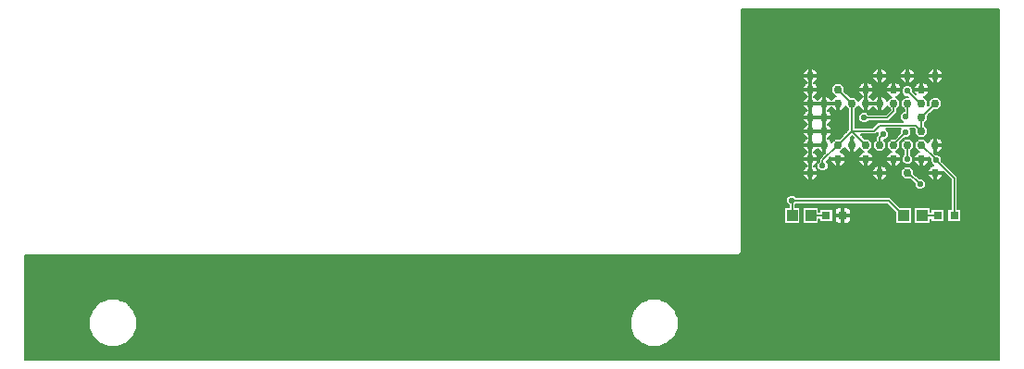
<source format=gtl>
G75*
%MOIN*%
%OFA0B0*%
%FSLAX25Y25*%
%IPPOS*%
%LPD*%
%AMOC8*
5,1,8,0,0,1.08239X$1,22.5*
%
%ADD10C,0.02953*%
%ADD11R,0.03937X0.04331*%
%ADD12R,0.03150X0.03150*%
%ADD13C,0.00787*%
%ADD14C,0.02266*%
%ADD15C,0.00591*%
D10*
X0384020Y0160607D03*
X0384020Y0165607D03*
X0394020Y0165607D03*
X0404020Y0165607D03*
X0414020Y0165607D03*
X0414020Y0170607D03*
X0419020Y0170607D03*
X0424020Y0170607D03*
X0429020Y0170607D03*
X0424020Y0175607D03*
X0424020Y0180607D03*
X0424020Y0185607D03*
X0429020Y0185607D03*
X0419020Y0185607D03*
X0414020Y0185607D03*
X0409020Y0185607D03*
X0404020Y0185607D03*
X0399020Y0185607D03*
X0394020Y0185607D03*
X0389020Y0185607D03*
X0384020Y0185607D03*
X0384020Y0190607D03*
X0394020Y0190607D03*
X0404020Y0190607D03*
X0414020Y0190607D03*
X0419020Y0195607D03*
X0429020Y0195607D03*
X0424020Y0190607D03*
X0409020Y0195607D03*
X0384020Y0195607D03*
X0384020Y0180607D03*
X0389020Y0180607D03*
X0389020Y0175607D03*
X0384020Y0175607D03*
X0384020Y0170607D03*
X0389020Y0170607D03*
X0394020Y0170607D03*
X0399020Y0170607D03*
X0404020Y0170607D03*
X0409020Y0170607D03*
X0424020Y0165607D03*
X0429020Y0160607D03*
X0419020Y0160607D03*
X0409020Y0160607D03*
D11*
X0417557Y0145266D03*
X0424250Y0145266D03*
X0384130Y0145266D03*
X0377437Y0145266D03*
D12*
X0389730Y0145266D03*
X0395636Y0145266D03*
X0429850Y0145266D03*
X0435756Y0145266D03*
D13*
X0429850Y0145266D02*
X0429850Y0145266D01*
X0424250Y0145266D01*
X0417557Y0145266D02*
X0412117Y0150706D01*
X0377383Y0150706D01*
X0377437Y0150653D01*
X0377437Y0145266D01*
X0384130Y0145266D02*
X0389730Y0145266D01*
X0389730Y0145266D01*
X0419295Y0160607D02*
X0423449Y0156453D01*
X0419295Y0160607D02*
X0419020Y0160607D01*
X0419000Y0165508D02*
X0419000Y0165548D01*
X0419020Y0165567D01*
X0419020Y0170607D01*
X0410260Y0174466D02*
X0410063Y0174170D01*
X0409020Y0173126D01*
X0409020Y0170607D01*
X0404020Y0170607D02*
X0404020Y0170725D01*
X0399020Y0175725D01*
X0394020Y0170725D01*
X0394020Y0170607D01*
X0394059Y0170607D01*
X0394020Y0170607D02*
X0393902Y0170607D01*
X0388409Y0165114D01*
X0388409Y0163146D01*
X0399020Y0175725D02*
X0399039Y0175744D01*
X0406913Y0175744D01*
X0408882Y0177713D01*
X0421913Y0177713D01*
X0424020Y0175607D01*
X0424020Y0180607D01*
X0429020Y0185607D01*
X0399020Y0185607D02*
X0399020Y0175725D01*
X0399020Y0185607D02*
X0394020Y0190607D01*
D14*
X0389197Y0193067D03*
X0396677Y0196610D03*
X0396677Y0199760D03*
X0418921Y0190114D03*
X0418331Y0180862D03*
X0418331Y0175154D03*
X0410260Y0174466D03*
X0403370Y0180469D03*
X0419000Y0165508D03*
X0429157Y0165311D03*
X0423449Y0156453D03*
X0388409Y0163146D03*
X0377383Y0150706D03*
D15*
X0101327Y0130937D02*
X0101327Y0093386D01*
X0451870Y0093386D01*
X0451870Y0219520D01*
X0359201Y0219520D01*
X0359201Y0132047D01*
X0358091Y0130937D01*
X0101327Y0130937D01*
X0101327Y0130587D02*
X0451870Y0130587D01*
X0451870Y0131176D02*
X0358330Y0131176D01*
X0358919Y0131765D02*
X0451870Y0131765D01*
X0451870Y0132354D02*
X0359201Y0132354D01*
X0359201Y0132943D02*
X0451870Y0132943D01*
X0451870Y0133532D02*
X0359201Y0133532D01*
X0359201Y0134121D02*
X0451870Y0134121D01*
X0451870Y0134710D02*
X0359201Y0134710D01*
X0359201Y0135299D02*
X0451870Y0135299D01*
X0451870Y0135888D02*
X0359201Y0135888D01*
X0359201Y0136477D02*
X0451870Y0136477D01*
X0451870Y0137066D02*
X0359201Y0137066D01*
X0359201Y0137655D02*
X0451870Y0137655D01*
X0451870Y0138245D02*
X0359201Y0138245D01*
X0359201Y0138834D02*
X0451870Y0138834D01*
X0451870Y0139423D02*
X0359201Y0139423D01*
X0359201Y0140012D02*
X0451870Y0140012D01*
X0451870Y0140601D02*
X0359201Y0140601D01*
X0359201Y0141190D02*
X0451870Y0141190D01*
X0451870Y0141779D02*
X0359201Y0141779D01*
X0359201Y0142368D02*
X0374935Y0142368D01*
X0375097Y0142206D02*
X0379776Y0142206D01*
X0380300Y0142730D01*
X0380300Y0147803D01*
X0379776Y0148327D01*
X0378726Y0148327D01*
X0378726Y0149180D01*
X0378963Y0149417D01*
X0411583Y0149417D01*
X0414693Y0146307D01*
X0414693Y0142730D01*
X0415217Y0142206D01*
X0419896Y0142206D01*
X0420420Y0142730D01*
X0420420Y0147803D01*
X0419896Y0148327D01*
X0416319Y0148327D01*
X0412651Y0151995D01*
X0378963Y0151995D01*
X0378223Y0152735D01*
X0376543Y0152735D01*
X0375355Y0151547D01*
X0375355Y0149866D01*
X0376148Y0149073D01*
X0376148Y0148327D01*
X0375097Y0148327D01*
X0374573Y0147803D01*
X0374573Y0142730D01*
X0375097Y0142206D01*
X0374573Y0142957D02*
X0359201Y0142957D01*
X0359201Y0143546D02*
X0374573Y0143546D01*
X0374573Y0144135D02*
X0359201Y0144135D01*
X0359201Y0144724D02*
X0374573Y0144724D01*
X0374573Y0145313D02*
X0359201Y0145313D01*
X0359201Y0145902D02*
X0374573Y0145902D01*
X0374573Y0146491D02*
X0359201Y0146491D01*
X0359201Y0147080D02*
X0374573Y0147080D01*
X0374573Y0147670D02*
X0359201Y0147670D01*
X0359201Y0148259D02*
X0375029Y0148259D01*
X0376148Y0148848D02*
X0359201Y0148848D01*
X0359201Y0149437D02*
X0375784Y0149437D01*
X0375355Y0150026D02*
X0359201Y0150026D01*
X0359201Y0150615D02*
X0375355Y0150615D01*
X0375355Y0151204D02*
X0359201Y0151204D01*
X0359201Y0151793D02*
X0375601Y0151793D01*
X0376190Y0152382D02*
X0359201Y0152382D01*
X0359201Y0152971D02*
X0434565Y0152971D01*
X0434565Y0152382D02*
X0378576Y0152382D01*
X0378726Y0148848D02*
X0412152Y0148848D01*
X0412742Y0148259D02*
X0386537Y0148259D01*
X0386469Y0148327D02*
X0381790Y0148327D01*
X0381266Y0147803D01*
X0381266Y0142730D01*
X0381790Y0142206D01*
X0386469Y0142206D01*
X0386993Y0142730D01*
X0386993Y0143977D01*
X0387260Y0143977D01*
X0387260Y0143321D01*
X0387785Y0142796D01*
X0391676Y0142796D01*
X0392200Y0143321D01*
X0392200Y0147212D01*
X0391676Y0147736D01*
X0387785Y0147736D01*
X0387260Y0147212D01*
X0387260Y0146555D01*
X0386993Y0146555D01*
X0386993Y0147803D01*
X0386469Y0148327D01*
X0386993Y0147670D02*
X0387718Y0147670D01*
X0387260Y0147080D02*
X0386993Y0147080D01*
X0386993Y0143546D02*
X0387260Y0143546D01*
X0386993Y0142957D02*
X0387624Y0142957D01*
X0386631Y0142368D02*
X0415055Y0142368D01*
X0414693Y0142957D02*
X0398282Y0142957D01*
X0398247Y0142896D02*
X0398418Y0143192D01*
X0398506Y0143521D01*
X0398506Y0144971D01*
X0395931Y0144971D01*
X0395931Y0142396D01*
X0397381Y0142396D01*
X0397711Y0142485D01*
X0398006Y0142655D01*
X0398247Y0142896D01*
X0398506Y0143546D02*
X0414693Y0143546D01*
X0414693Y0144135D02*
X0398506Y0144135D01*
X0398506Y0144724D02*
X0414693Y0144724D01*
X0414693Y0145313D02*
X0395931Y0145313D01*
X0395931Y0145562D02*
X0398506Y0145562D01*
X0398506Y0147012D01*
X0398418Y0147341D01*
X0398247Y0147637D01*
X0398006Y0147878D01*
X0397711Y0148048D01*
X0397381Y0148136D01*
X0395931Y0148136D01*
X0395931Y0145562D01*
X0395341Y0145562D01*
X0395341Y0148136D01*
X0393890Y0148136D01*
X0393561Y0148048D01*
X0393266Y0147878D01*
X0393025Y0147637D01*
X0392854Y0147341D01*
X0392766Y0147012D01*
X0392766Y0145562D01*
X0395340Y0145562D01*
X0395340Y0144971D01*
X0392766Y0144971D01*
X0392766Y0143521D01*
X0392854Y0143192D01*
X0393025Y0142896D01*
X0393266Y0142655D01*
X0393561Y0142485D01*
X0393890Y0142396D01*
X0395341Y0142396D01*
X0395341Y0144971D01*
X0395931Y0144971D01*
X0395931Y0145562D01*
X0395931Y0145902D02*
X0395341Y0145902D01*
X0395340Y0145313D02*
X0392200Y0145313D01*
X0392200Y0144724D02*
X0392766Y0144724D01*
X0392766Y0144135D02*
X0392200Y0144135D01*
X0392200Y0143546D02*
X0392766Y0143546D01*
X0392989Y0142957D02*
X0391837Y0142957D01*
X0395341Y0142957D02*
X0395931Y0142957D01*
X0395931Y0143546D02*
X0395341Y0143546D01*
X0395341Y0144135D02*
X0395931Y0144135D01*
X0395931Y0144724D02*
X0395341Y0144724D01*
X0395341Y0146491D02*
X0395931Y0146491D01*
X0395931Y0147080D02*
X0395341Y0147080D01*
X0395341Y0147670D02*
X0395931Y0147670D01*
X0398214Y0147670D02*
X0413331Y0147670D01*
X0413920Y0147080D02*
X0398487Y0147080D01*
X0398506Y0146491D02*
X0414509Y0146491D01*
X0414693Y0145902D02*
X0398506Y0145902D01*
X0393058Y0147670D02*
X0391743Y0147670D01*
X0392200Y0147080D02*
X0392784Y0147080D01*
X0392766Y0146491D02*
X0392200Y0146491D01*
X0392200Y0145902D02*
X0392766Y0145902D01*
X0381722Y0148259D02*
X0379844Y0148259D01*
X0380300Y0147670D02*
X0381266Y0147670D01*
X0381266Y0147080D02*
X0380300Y0147080D01*
X0380300Y0146491D02*
X0381266Y0146491D01*
X0381266Y0145902D02*
X0380300Y0145902D01*
X0380300Y0145313D02*
X0381266Y0145313D01*
X0381266Y0144724D02*
X0380300Y0144724D01*
X0380300Y0144135D02*
X0381266Y0144135D01*
X0381266Y0143546D02*
X0380300Y0143546D01*
X0380300Y0142957D02*
X0381266Y0142957D01*
X0381628Y0142368D02*
X0379938Y0142368D01*
X0412853Y0151793D02*
X0434565Y0151793D01*
X0434565Y0151204D02*
X0413442Y0151204D01*
X0414031Y0150615D02*
X0434565Y0150615D01*
X0434565Y0150026D02*
X0414620Y0150026D01*
X0415209Y0149437D02*
X0434565Y0149437D01*
X0434565Y0148848D02*
X0415798Y0148848D01*
X0419964Y0148259D02*
X0421842Y0148259D01*
X0421910Y0148327D02*
X0421386Y0147803D01*
X0421386Y0142730D01*
X0421910Y0142206D01*
X0426589Y0142206D01*
X0427113Y0142730D01*
X0427113Y0143977D01*
X0427380Y0143977D01*
X0427380Y0143321D01*
X0427905Y0142796D01*
X0431796Y0142796D01*
X0432320Y0143321D01*
X0432320Y0147212D01*
X0431796Y0147736D01*
X0427905Y0147736D01*
X0427380Y0147212D01*
X0427380Y0146555D01*
X0427113Y0146555D01*
X0427113Y0147803D01*
X0426589Y0148327D01*
X0421910Y0148327D01*
X0421386Y0147670D02*
X0420420Y0147670D01*
X0420420Y0147080D02*
X0421386Y0147080D01*
X0421386Y0146491D02*
X0420420Y0146491D01*
X0420420Y0145902D02*
X0421386Y0145902D01*
X0421386Y0145313D02*
X0420420Y0145313D01*
X0420420Y0144724D02*
X0421386Y0144724D01*
X0421386Y0144135D02*
X0420420Y0144135D01*
X0420420Y0143546D02*
X0421386Y0143546D01*
X0421386Y0142957D02*
X0420420Y0142957D01*
X0420058Y0142368D02*
X0421748Y0142368D01*
X0426751Y0142368D02*
X0451870Y0142368D01*
X0451870Y0142957D02*
X0437862Y0142957D01*
X0437701Y0142796D02*
X0438226Y0143321D01*
X0438226Y0147212D01*
X0437701Y0147736D01*
X0436946Y0147736D01*
X0436946Y0159206D01*
X0431186Y0164967D01*
X0431186Y0166151D01*
X0429998Y0167340D01*
X0429010Y0167340D01*
X0428457Y0167893D01*
X0428724Y0167839D01*
X0428724Y0170311D01*
X0429315Y0170311D01*
X0429315Y0167839D01*
X0429828Y0167941D01*
X0430333Y0168150D01*
X0430787Y0168454D01*
X0431173Y0168840D01*
X0431476Y0169294D01*
X0431685Y0169798D01*
X0431787Y0170311D01*
X0429315Y0170311D01*
X0429315Y0170902D01*
X0428724Y0170902D01*
X0428724Y0173374D01*
X0428211Y0173272D01*
X0427707Y0173063D01*
X0427253Y0172759D01*
X0426867Y0172373D01*
X0426563Y0171919D01*
X0426391Y0171504D01*
X0426391Y0171589D01*
X0425002Y0172978D01*
X0423037Y0172978D01*
X0421648Y0171589D01*
X0421648Y0169624D01*
X0423037Y0168235D01*
X0423122Y0168235D01*
X0422707Y0168063D01*
X0422253Y0167759D01*
X0421867Y0167373D01*
X0421563Y0166919D01*
X0421355Y0166415D01*
X0421252Y0165902D01*
X0423724Y0165902D01*
X0423724Y0165311D01*
X0421252Y0165311D01*
X0421355Y0164798D01*
X0421563Y0164294D01*
X0421867Y0163840D01*
X0422253Y0163454D01*
X0422707Y0163150D01*
X0423211Y0162941D01*
X0423724Y0162839D01*
X0423724Y0165311D01*
X0424315Y0165311D01*
X0424315Y0162839D01*
X0424828Y0162941D01*
X0425333Y0163150D01*
X0425787Y0163454D01*
X0426173Y0163840D01*
X0426476Y0164294D01*
X0426685Y0164798D01*
X0426787Y0165311D01*
X0424315Y0165311D01*
X0424315Y0165902D01*
X0426787Y0165902D01*
X0426714Y0166268D01*
X0427129Y0165853D01*
X0427129Y0164471D01*
X0428309Y0163291D01*
X0428211Y0163272D01*
X0427707Y0163063D01*
X0427253Y0162759D01*
X0426867Y0162373D01*
X0426563Y0161919D01*
X0426355Y0161415D01*
X0426252Y0160902D01*
X0428724Y0160902D01*
X0428724Y0160311D01*
X0426252Y0160311D01*
X0426355Y0159798D01*
X0426563Y0159294D01*
X0426867Y0158840D01*
X0427253Y0158454D01*
X0427707Y0158150D01*
X0428211Y0157941D01*
X0428724Y0157839D01*
X0428724Y0160311D01*
X0429315Y0160311D01*
X0429315Y0157839D01*
X0429828Y0157941D01*
X0430333Y0158150D01*
X0430787Y0158454D01*
X0431173Y0158840D01*
X0431476Y0159294D01*
X0431685Y0159798D01*
X0431787Y0160311D01*
X0429315Y0160311D01*
X0429315Y0160902D01*
X0431787Y0160902D01*
X0431763Y0161022D01*
X0434565Y0158220D01*
X0434565Y0147736D01*
X0433810Y0147736D01*
X0433286Y0147212D01*
X0433286Y0143321D01*
X0433810Y0142796D01*
X0437701Y0142796D01*
X0438226Y0143546D02*
X0451870Y0143546D01*
X0451870Y0144135D02*
X0438226Y0144135D01*
X0438226Y0144724D02*
X0451870Y0144724D01*
X0451870Y0145313D02*
X0438226Y0145313D01*
X0438226Y0145902D02*
X0451870Y0145902D01*
X0451870Y0146491D02*
X0438226Y0146491D01*
X0438226Y0147080D02*
X0451870Y0147080D01*
X0451870Y0147670D02*
X0437768Y0147670D01*
X0436946Y0148259D02*
X0451870Y0148259D01*
X0451870Y0148848D02*
X0436946Y0148848D01*
X0436946Y0149437D02*
X0451870Y0149437D01*
X0451870Y0150026D02*
X0436946Y0150026D01*
X0436946Y0150615D02*
X0451870Y0150615D01*
X0451870Y0151204D02*
X0436946Y0151204D01*
X0436946Y0151793D02*
X0451870Y0151793D01*
X0451870Y0152382D02*
X0436946Y0152382D01*
X0436946Y0152971D02*
X0451870Y0152971D01*
X0451870Y0153560D02*
X0436946Y0153560D01*
X0436946Y0154149D02*
X0451870Y0154149D01*
X0451870Y0154738D02*
X0436946Y0154738D01*
X0436946Y0155327D02*
X0451870Y0155327D01*
X0451870Y0155916D02*
X0436946Y0155916D01*
X0436946Y0156505D02*
X0451870Y0156505D01*
X0451870Y0157095D02*
X0436946Y0157095D01*
X0436946Y0157684D02*
X0451870Y0157684D01*
X0451870Y0158273D02*
X0436946Y0158273D01*
X0436946Y0158862D02*
X0451870Y0158862D01*
X0451870Y0159451D02*
X0436702Y0159451D01*
X0436113Y0160040D02*
X0451870Y0160040D01*
X0451870Y0160629D02*
X0435524Y0160629D01*
X0434934Y0161218D02*
X0451870Y0161218D01*
X0451870Y0161807D02*
X0434345Y0161807D01*
X0433756Y0162396D02*
X0451870Y0162396D01*
X0451870Y0162985D02*
X0433167Y0162985D01*
X0432578Y0163574D02*
X0451870Y0163574D01*
X0451870Y0164163D02*
X0431989Y0164163D01*
X0431400Y0164752D02*
X0451870Y0164752D01*
X0451870Y0165341D02*
X0431186Y0165341D01*
X0431186Y0165930D02*
X0451870Y0165930D01*
X0451870Y0166520D02*
X0430818Y0166520D01*
X0430229Y0167109D02*
X0451870Y0167109D01*
X0451870Y0167698D02*
X0428652Y0167698D01*
X0428724Y0168287D02*
X0429315Y0168287D01*
X0429315Y0168876D02*
X0428724Y0168876D01*
X0428724Y0169465D02*
X0429315Y0169465D01*
X0429315Y0170054D02*
X0428724Y0170054D01*
X0429315Y0170643D02*
X0451870Y0170643D01*
X0451870Y0171232D02*
X0431721Y0171232D01*
X0431685Y0171415D02*
X0431476Y0171919D01*
X0431173Y0172373D01*
X0430787Y0172759D01*
X0430333Y0173063D01*
X0429828Y0173272D01*
X0429315Y0173374D01*
X0429315Y0170902D01*
X0431787Y0170902D01*
X0431685Y0171415D01*
X0431517Y0171821D02*
X0451870Y0171821D01*
X0451870Y0172410D02*
X0431136Y0172410D01*
X0430428Y0172999D02*
X0451870Y0172999D01*
X0451870Y0173588D02*
X0425355Y0173588D01*
X0425002Y0173235D02*
X0426391Y0174624D01*
X0426391Y0176589D01*
X0425309Y0177672D01*
X0425309Y0178542D01*
X0426391Y0179624D01*
X0426391Y0181155D01*
X0428471Y0183235D01*
X0430002Y0183235D01*
X0431391Y0184624D01*
X0431391Y0186589D01*
X0430002Y0187978D01*
X0428037Y0187978D01*
X0426648Y0186589D01*
X0426648Y0185058D01*
X0426391Y0184801D01*
X0426391Y0186589D01*
X0425002Y0187978D01*
X0424917Y0187978D01*
X0425333Y0188150D01*
X0425787Y0188454D01*
X0426173Y0188840D01*
X0426476Y0189294D01*
X0426685Y0189798D01*
X0426787Y0190311D01*
X0424315Y0190311D01*
X0424315Y0190902D01*
X0423724Y0190902D01*
X0423724Y0190311D01*
X0421252Y0190311D01*
X0421355Y0189798D01*
X0421563Y0189294D01*
X0421841Y0188878D01*
X0420950Y0189770D01*
X0420950Y0190955D01*
X0419761Y0192143D01*
X0418081Y0192143D01*
X0416893Y0190955D01*
X0416893Y0189274D01*
X0418081Y0188086D01*
X0419266Y0188086D01*
X0419374Y0187978D01*
X0418037Y0187978D01*
X0416648Y0186589D01*
X0416648Y0184624D01*
X0417829Y0183443D01*
X0417829Y0182891D01*
X0417491Y0182891D01*
X0416302Y0181703D01*
X0416302Y0180022D01*
X0417323Y0179002D01*
X0408348Y0179002D01*
X0407593Y0178247D01*
X0406379Y0177033D01*
X0400309Y0177033D01*
X0400309Y0183542D01*
X0401391Y0184624D01*
X0401391Y0184709D01*
X0401563Y0184294D01*
X0401867Y0183840D01*
X0402253Y0183454D01*
X0402707Y0183150D01*
X0403211Y0182941D01*
X0403724Y0182839D01*
X0403724Y0185311D01*
X0404315Y0185311D01*
X0404315Y0182839D01*
X0404828Y0182941D01*
X0405333Y0183150D01*
X0405787Y0183454D01*
X0406173Y0183840D01*
X0406476Y0184294D01*
X0406520Y0184399D01*
X0406563Y0184294D01*
X0406867Y0183840D01*
X0407253Y0183454D01*
X0407707Y0183150D01*
X0408211Y0182941D01*
X0408724Y0182839D01*
X0408724Y0185311D01*
X0406787Y0185311D01*
X0404315Y0185311D01*
X0404315Y0185902D01*
X0403724Y0185902D01*
X0403724Y0190311D01*
X0401252Y0190311D01*
X0401355Y0189798D01*
X0401563Y0189294D01*
X0401867Y0188840D01*
X0402253Y0188454D01*
X0402707Y0188150D01*
X0402813Y0188107D01*
X0402707Y0188063D01*
X0402253Y0187759D01*
X0401867Y0187373D01*
X0401563Y0186919D01*
X0401391Y0186504D01*
X0401391Y0186589D01*
X0400002Y0187978D01*
X0398471Y0187978D01*
X0396391Y0190058D01*
X0396391Y0191589D01*
X0395002Y0192978D01*
X0393037Y0192978D01*
X0391648Y0191589D01*
X0391648Y0189624D01*
X0393037Y0188235D01*
X0393122Y0188235D01*
X0392707Y0188063D01*
X0392253Y0187759D01*
X0391867Y0187373D01*
X0391563Y0186919D01*
X0391520Y0186814D01*
X0391476Y0186919D01*
X0391173Y0187373D01*
X0390787Y0187759D01*
X0390333Y0188063D01*
X0389828Y0188272D01*
X0389315Y0188374D01*
X0389315Y0185902D01*
X0388724Y0185902D01*
X0388724Y0185311D01*
X0386787Y0185311D01*
X0384315Y0185311D01*
X0384315Y0182839D01*
X0384315Y0180902D01*
X0383724Y0180902D01*
X0383724Y0180311D01*
X0381252Y0180311D01*
X0381355Y0179798D01*
X0381563Y0179294D01*
X0381867Y0178840D01*
X0382253Y0178454D01*
X0382707Y0178150D01*
X0382813Y0178107D01*
X0382707Y0178063D01*
X0382253Y0177759D01*
X0381867Y0177373D01*
X0381563Y0176919D01*
X0381355Y0176415D01*
X0381252Y0175902D01*
X0383724Y0175902D01*
X0383724Y0175311D01*
X0381252Y0175311D01*
X0381355Y0174798D01*
X0381563Y0174294D01*
X0381867Y0173840D01*
X0382253Y0173454D01*
X0382707Y0173150D01*
X0382813Y0173107D01*
X0382707Y0173063D01*
X0382253Y0172759D01*
X0381867Y0172373D01*
X0381563Y0171919D01*
X0381355Y0171415D01*
X0381252Y0170902D01*
X0383724Y0170902D01*
X0383724Y0170311D01*
X0381252Y0170311D01*
X0381355Y0169798D01*
X0381563Y0169294D01*
X0381867Y0168840D01*
X0382253Y0168454D01*
X0382707Y0168150D01*
X0382813Y0168107D01*
X0382707Y0168063D01*
X0382253Y0167759D01*
X0381867Y0167373D01*
X0381563Y0166919D01*
X0381355Y0166415D01*
X0381252Y0165902D01*
X0383724Y0165902D01*
X0383724Y0165311D01*
X0381252Y0165311D01*
X0381355Y0164798D01*
X0381563Y0164294D01*
X0381867Y0163840D01*
X0382253Y0163454D01*
X0382707Y0163150D01*
X0382813Y0163107D01*
X0382707Y0163063D01*
X0382253Y0162759D01*
X0381867Y0162373D01*
X0381563Y0161919D01*
X0381355Y0161415D01*
X0381252Y0160902D01*
X0383724Y0160902D01*
X0383724Y0160311D01*
X0381252Y0160311D01*
X0381355Y0159798D01*
X0381563Y0159294D01*
X0381867Y0158840D01*
X0382253Y0158454D01*
X0382707Y0158150D01*
X0383211Y0157941D01*
X0383724Y0157839D01*
X0383724Y0160311D01*
X0384315Y0160311D01*
X0384315Y0157839D01*
X0384828Y0157941D01*
X0385333Y0158150D01*
X0385787Y0158454D01*
X0386173Y0158840D01*
X0386476Y0159294D01*
X0386685Y0159798D01*
X0386787Y0160311D01*
X0384315Y0160311D01*
X0384315Y0160902D01*
X0383724Y0160902D01*
X0383724Y0165311D01*
X0384315Y0165311D01*
X0384315Y0162839D01*
X0384315Y0160902D01*
X0386787Y0160902D01*
X0386685Y0161415D01*
X0386476Y0161919D01*
X0386173Y0162373D01*
X0385787Y0162759D01*
X0385333Y0163063D01*
X0385227Y0163107D01*
X0385333Y0163150D01*
X0385787Y0163454D01*
X0386173Y0163840D01*
X0386476Y0164294D01*
X0386685Y0164798D01*
X0386787Y0165311D01*
X0384315Y0165311D01*
X0384315Y0165902D01*
X0383724Y0165902D01*
X0383724Y0170311D01*
X0384315Y0170311D01*
X0384315Y0167839D01*
X0384315Y0165902D01*
X0386787Y0165902D01*
X0386685Y0166415D01*
X0386476Y0166919D01*
X0386173Y0167373D01*
X0385787Y0167759D01*
X0385333Y0168063D01*
X0385227Y0168107D01*
X0385333Y0168150D01*
X0385787Y0168454D01*
X0386173Y0168840D01*
X0386476Y0169294D01*
X0386520Y0169399D01*
X0386563Y0169294D01*
X0386867Y0168840D01*
X0387253Y0168454D01*
X0387707Y0168150D01*
X0388211Y0167941D01*
X0388724Y0167839D01*
X0388724Y0170311D01*
X0386787Y0170311D01*
X0384315Y0170311D01*
X0384315Y0170902D01*
X0383724Y0170902D01*
X0383724Y0175311D01*
X0384315Y0175311D01*
X0384315Y0172839D01*
X0384315Y0170902D01*
X0388724Y0170902D01*
X0388724Y0170311D01*
X0389315Y0170311D01*
X0389315Y0167843D01*
X0387876Y0166403D01*
X0387120Y0165648D01*
X0387120Y0164725D01*
X0386381Y0163986D01*
X0386381Y0162306D01*
X0387569Y0161118D01*
X0389250Y0161118D01*
X0390438Y0162306D01*
X0390438Y0163986D01*
X0389771Y0164653D01*
X0391310Y0166192D01*
X0391252Y0165902D01*
X0393724Y0165902D01*
X0393724Y0165311D01*
X0391252Y0165311D01*
X0391355Y0164798D01*
X0391563Y0164294D01*
X0391867Y0163840D01*
X0392253Y0163454D01*
X0392707Y0163150D01*
X0393211Y0162941D01*
X0393724Y0162839D01*
X0393724Y0165311D01*
X0394315Y0165311D01*
X0394315Y0162839D01*
X0394828Y0162941D01*
X0395333Y0163150D01*
X0395787Y0163454D01*
X0396173Y0163840D01*
X0396476Y0164294D01*
X0396685Y0164798D01*
X0396787Y0165311D01*
X0394315Y0165311D01*
X0394315Y0165902D01*
X0396787Y0165902D01*
X0396685Y0166415D01*
X0396476Y0166919D01*
X0396173Y0167373D01*
X0395787Y0167759D01*
X0395333Y0168063D01*
X0394917Y0168235D01*
X0395002Y0168235D01*
X0396391Y0169624D01*
X0396391Y0169709D01*
X0396563Y0169294D01*
X0396867Y0168840D01*
X0397253Y0168454D01*
X0397707Y0168150D01*
X0398211Y0167941D01*
X0398724Y0167839D01*
X0398724Y0170311D01*
X0399315Y0170311D01*
X0399315Y0167839D01*
X0399828Y0167941D01*
X0400333Y0168150D01*
X0400787Y0168454D01*
X0401173Y0168840D01*
X0401476Y0169294D01*
X0401648Y0169709D01*
X0401648Y0169624D01*
X0403037Y0168235D01*
X0403122Y0168235D01*
X0402707Y0168063D01*
X0402253Y0167759D01*
X0401867Y0167373D01*
X0401563Y0166919D01*
X0401355Y0166415D01*
X0401252Y0165902D01*
X0403724Y0165902D01*
X0403724Y0165311D01*
X0401252Y0165311D01*
X0401355Y0164798D01*
X0401563Y0164294D01*
X0401867Y0163840D01*
X0402253Y0163454D01*
X0402707Y0163150D01*
X0403211Y0162941D01*
X0403724Y0162839D01*
X0403724Y0165311D01*
X0404315Y0165311D01*
X0404315Y0162839D01*
X0404828Y0162941D01*
X0405333Y0163150D01*
X0405787Y0163454D01*
X0406173Y0163840D01*
X0406476Y0164294D01*
X0406685Y0164798D01*
X0406787Y0165311D01*
X0404315Y0165311D01*
X0404315Y0165902D01*
X0406787Y0165902D01*
X0406685Y0166415D01*
X0406476Y0166919D01*
X0406173Y0167373D01*
X0405787Y0167759D01*
X0405333Y0168063D01*
X0404917Y0168235D01*
X0405002Y0168235D01*
X0406391Y0169624D01*
X0406391Y0171589D01*
X0405002Y0172978D01*
X0403589Y0172978D01*
X0402112Y0174455D01*
X0407447Y0174455D01*
X0408202Y0175210D01*
X0408231Y0175240D01*
X0408231Y0174161D01*
X0407731Y0173660D01*
X0407731Y0172672D01*
X0406648Y0171589D01*
X0406648Y0169624D01*
X0408037Y0168235D01*
X0410002Y0168235D01*
X0411391Y0169624D01*
X0411391Y0171589D01*
X0410543Y0172437D01*
X0411100Y0172437D01*
X0412288Y0173625D01*
X0412288Y0175306D01*
X0411170Y0176424D01*
X0416732Y0176424D01*
X0416302Y0175994D01*
X0416302Y0174809D01*
X0414471Y0172978D01*
X0413037Y0172978D01*
X0411648Y0171589D01*
X0411648Y0169624D01*
X0413037Y0168235D01*
X0413122Y0168235D01*
X0412707Y0168063D01*
X0412253Y0167759D01*
X0411867Y0167373D01*
X0411563Y0166919D01*
X0411355Y0166415D01*
X0411252Y0165902D01*
X0413724Y0165902D01*
X0413724Y0165311D01*
X0411252Y0165311D01*
X0411355Y0164798D01*
X0411563Y0164294D01*
X0411867Y0163840D01*
X0412253Y0163454D01*
X0412707Y0163150D01*
X0413211Y0162941D01*
X0413724Y0162839D01*
X0413724Y0165311D01*
X0414315Y0165311D01*
X0414315Y0162839D01*
X0414828Y0162941D01*
X0415333Y0163150D01*
X0415787Y0163454D01*
X0416173Y0163840D01*
X0416476Y0164294D01*
X0416685Y0164798D01*
X0416787Y0165311D01*
X0414315Y0165311D01*
X0414315Y0165902D01*
X0416787Y0165902D01*
X0416685Y0166415D01*
X0416476Y0166919D01*
X0416173Y0167373D01*
X0415787Y0167759D01*
X0415333Y0168063D01*
X0414917Y0168235D01*
X0415002Y0168235D01*
X0416391Y0169624D01*
X0416391Y0171531D01*
X0417986Y0173125D01*
X0419171Y0173125D01*
X0420359Y0174314D01*
X0420359Y0175994D01*
X0419929Y0176424D01*
X0421379Y0176424D01*
X0421648Y0176155D01*
X0421648Y0174624D01*
X0423037Y0173235D01*
X0425002Y0173235D01*
X0425570Y0172410D02*
X0426904Y0172410D01*
X0426523Y0171821D02*
X0426159Y0171821D01*
X0427612Y0172999D02*
X0417860Y0172999D01*
X0418037Y0172978D02*
X0416648Y0171589D01*
X0416648Y0169624D01*
X0417731Y0168542D01*
X0417731Y0167107D01*
X0416972Y0166348D01*
X0416972Y0164668D01*
X0418160Y0163480D01*
X0419840Y0163480D01*
X0421028Y0164668D01*
X0421028Y0166348D01*
X0420309Y0167068D01*
X0420309Y0168542D01*
X0421391Y0169624D01*
X0421391Y0171589D01*
X0420002Y0172978D01*
X0418037Y0172978D01*
X0417469Y0172410D02*
X0417271Y0172410D01*
X0416880Y0171821D02*
X0416682Y0171821D01*
X0416648Y0171232D02*
X0416391Y0171232D01*
X0416391Y0170643D02*
X0416648Y0170643D01*
X0416648Y0170054D02*
X0416391Y0170054D01*
X0416232Y0169465D02*
X0416807Y0169465D01*
X0417396Y0168876D02*
X0415643Y0168876D01*
X0415054Y0168287D02*
X0417731Y0168287D01*
X0417731Y0167698D02*
X0415848Y0167698D01*
X0416349Y0167109D02*
X0417731Y0167109D01*
X0417143Y0166520D02*
X0416642Y0166520D01*
X0416781Y0165930D02*
X0416972Y0165930D01*
X0416972Y0165341D02*
X0414315Y0165341D01*
X0414315Y0164752D02*
X0413724Y0164752D01*
X0413724Y0164163D02*
X0414315Y0164163D01*
X0414315Y0163574D02*
X0413724Y0163574D01*
X0413724Y0162985D02*
X0414315Y0162985D01*
X0414934Y0162985D02*
X0423106Y0162985D01*
X0423724Y0162985D02*
X0424315Y0162985D01*
X0424315Y0163574D02*
X0423724Y0163574D01*
X0423724Y0164163D02*
X0424315Y0164163D01*
X0424315Y0164752D02*
X0423724Y0164752D01*
X0423724Y0165341D02*
X0421028Y0165341D01*
X0421028Y0164752D02*
X0421373Y0164752D01*
X0421651Y0164163D02*
X0420524Y0164163D01*
X0419935Y0163574D02*
X0422132Y0163574D01*
X0420584Y0162396D02*
X0426890Y0162396D01*
X0426517Y0161807D02*
X0421173Y0161807D01*
X0421391Y0161589D02*
X0420002Y0162978D01*
X0418037Y0162978D01*
X0416648Y0161589D01*
X0416648Y0159624D01*
X0418037Y0158235D01*
X0419844Y0158235D01*
X0421420Y0156658D01*
X0421420Y0155613D01*
X0422609Y0154425D01*
X0424289Y0154425D01*
X0425477Y0155613D01*
X0425477Y0157293D01*
X0424289Y0158481D01*
X0423243Y0158481D01*
X0421391Y0160333D01*
X0421391Y0161589D01*
X0421391Y0161218D02*
X0426315Y0161218D01*
X0426306Y0160040D02*
X0421685Y0160040D01*
X0421391Y0160629D02*
X0428724Y0160629D01*
X0428724Y0160040D02*
X0429315Y0160040D01*
X0429315Y0160629D02*
X0432156Y0160629D01*
X0431733Y0160040D02*
X0432745Y0160040D01*
X0433334Y0159451D02*
X0431541Y0159451D01*
X0431187Y0158862D02*
X0433923Y0158862D01*
X0434512Y0158273D02*
X0430516Y0158273D01*
X0429315Y0158273D02*
X0428724Y0158273D01*
X0428724Y0158862D02*
X0429315Y0158862D01*
X0429315Y0159451D02*
X0428724Y0159451D01*
X0427524Y0158273D02*
X0424498Y0158273D01*
X0425087Y0157684D02*
X0434565Y0157684D01*
X0434565Y0157095D02*
X0425477Y0157095D01*
X0425477Y0156505D02*
X0434565Y0156505D01*
X0434565Y0155916D02*
X0425477Y0155916D01*
X0425192Y0155327D02*
X0434565Y0155327D01*
X0434565Y0154738D02*
X0424603Y0154738D01*
X0422295Y0154738D02*
X0359201Y0154738D01*
X0359201Y0154149D02*
X0434565Y0154149D01*
X0434565Y0153560D02*
X0359201Y0153560D01*
X0359201Y0155327D02*
X0421706Y0155327D01*
X0421420Y0155916D02*
X0359201Y0155916D01*
X0359201Y0156505D02*
X0421420Y0156505D01*
X0420984Y0157095D02*
X0359201Y0157095D01*
X0359201Y0157684D02*
X0420395Y0157684D01*
X0418000Y0158273D02*
X0410516Y0158273D01*
X0410333Y0158150D02*
X0410787Y0158454D01*
X0411173Y0158840D01*
X0411476Y0159294D01*
X0411685Y0159798D01*
X0411787Y0160311D01*
X0409315Y0160311D01*
X0409315Y0157839D01*
X0409828Y0157941D01*
X0410333Y0158150D01*
X0409315Y0158273D02*
X0408724Y0158273D01*
X0408724Y0157839D02*
X0408724Y0160311D01*
X0406252Y0160311D01*
X0406355Y0159798D01*
X0406563Y0159294D01*
X0406867Y0158840D01*
X0407253Y0158454D01*
X0407707Y0158150D01*
X0408211Y0157941D01*
X0408724Y0157839D01*
X0408724Y0158862D02*
X0409315Y0158862D01*
X0409315Y0159451D02*
X0408724Y0159451D01*
X0408724Y0160040D02*
X0409315Y0160040D01*
X0409315Y0160311D02*
X0408724Y0160311D01*
X0408724Y0160902D01*
X0406252Y0160902D01*
X0406355Y0161415D01*
X0406563Y0161919D01*
X0406867Y0162373D01*
X0407253Y0162759D01*
X0407707Y0163063D01*
X0408211Y0163272D01*
X0408724Y0163374D01*
X0408724Y0160902D01*
X0409315Y0160902D01*
X0409315Y0163374D01*
X0409828Y0163272D01*
X0410333Y0163063D01*
X0410787Y0162759D01*
X0411173Y0162373D01*
X0411476Y0161919D01*
X0411685Y0161415D01*
X0411787Y0160902D01*
X0409315Y0160902D01*
X0409315Y0160311D01*
X0409315Y0160629D02*
X0416648Y0160629D01*
X0416648Y0161218D02*
X0411724Y0161218D01*
X0411522Y0161807D02*
X0416866Y0161807D01*
X0417455Y0162396D02*
X0411150Y0162396D01*
X0410449Y0162985D02*
X0413106Y0162985D01*
X0412132Y0163574D02*
X0405907Y0163574D01*
X0406389Y0164163D02*
X0411651Y0164163D01*
X0411373Y0164752D02*
X0406666Y0164752D01*
X0406781Y0165930D02*
X0411258Y0165930D01*
X0411398Y0166520D02*
X0406642Y0166520D01*
X0406349Y0167109D02*
X0411690Y0167109D01*
X0412191Y0167698D02*
X0405848Y0167698D01*
X0405054Y0168287D02*
X0407985Y0168287D01*
X0407396Y0168876D02*
X0405643Y0168876D01*
X0406232Y0169465D02*
X0406807Y0169465D01*
X0406648Y0170054D02*
X0406391Y0170054D01*
X0406391Y0170643D02*
X0406648Y0170643D01*
X0406648Y0171232D02*
X0406391Y0171232D01*
X0406159Y0171821D02*
X0406880Y0171821D01*
X0407469Y0172410D02*
X0405570Y0172410D01*
X0403568Y0172999D02*
X0407731Y0172999D01*
X0407731Y0173588D02*
X0402979Y0173588D01*
X0402390Y0174177D02*
X0408231Y0174177D01*
X0408231Y0174766D02*
X0407758Y0174766D01*
X0406469Y0177123D02*
X0400309Y0177123D01*
X0400309Y0177712D02*
X0407058Y0177712D01*
X0407647Y0178301D02*
X0400309Y0178301D01*
X0400309Y0178890D02*
X0402080Y0178890D01*
X0402530Y0178440D02*
X0404210Y0178440D01*
X0405048Y0179278D01*
X0412131Y0179278D01*
X0415210Y0182358D01*
X0415210Y0183443D01*
X0416391Y0184624D01*
X0416391Y0186589D01*
X0415002Y0187978D01*
X0414917Y0187978D01*
X0415333Y0188150D01*
X0415787Y0188454D01*
X0416173Y0188840D01*
X0416476Y0189294D01*
X0416685Y0189798D01*
X0416787Y0190311D01*
X0414315Y0190311D01*
X0414315Y0190902D01*
X0413724Y0190902D01*
X0413724Y0190311D01*
X0411252Y0190311D01*
X0411355Y0189798D01*
X0411563Y0189294D01*
X0411867Y0188840D01*
X0412253Y0188454D01*
X0412707Y0188150D01*
X0413122Y0187978D01*
X0413037Y0187978D01*
X0411648Y0186589D01*
X0411648Y0186504D01*
X0411476Y0186919D01*
X0411173Y0187373D01*
X0410787Y0187759D01*
X0410333Y0188063D01*
X0409828Y0188272D01*
X0409315Y0188374D01*
X0409315Y0185902D01*
X0408724Y0185902D01*
X0408724Y0185311D01*
X0409315Y0185311D01*
X0409315Y0182839D01*
X0409828Y0182941D01*
X0410333Y0183150D01*
X0410787Y0183454D01*
X0411173Y0183840D01*
X0411476Y0184294D01*
X0411648Y0184709D01*
X0411648Y0184624D01*
X0412829Y0183443D01*
X0412829Y0183344D01*
X0411145Y0181659D01*
X0405048Y0181659D01*
X0404210Y0182497D01*
X0402530Y0182497D01*
X0401342Y0181309D01*
X0401342Y0179629D01*
X0402530Y0178440D01*
X0401491Y0179479D02*
X0400309Y0179479D01*
X0400309Y0180068D02*
X0401342Y0180068D01*
X0401342Y0180657D02*
X0400309Y0180657D01*
X0400309Y0181246D02*
X0401342Y0181246D01*
X0401868Y0181835D02*
X0400309Y0181835D01*
X0400309Y0182424D02*
X0402457Y0182424D01*
X0403038Y0183013D02*
X0400309Y0183013D01*
X0400369Y0183602D02*
X0402104Y0183602D01*
X0401632Y0184191D02*
X0400959Y0184191D01*
X0401391Y0186548D02*
X0401409Y0186548D01*
X0401709Y0187137D02*
X0400844Y0187137D01*
X0400254Y0187726D02*
X0402219Y0187726D01*
X0402461Y0188315D02*
X0398134Y0188315D01*
X0397545Y0188904D02*
X0401824Y0188904D01*
X0401481Y0189493D02*
X0396956Y0189493D01*
X0396391Y0190082D02*
X0401298Y0190082D01*
X0401252Y0190902D02*
X0403724Y0190902D01*
X0403724Y0190311D01*
X0404315Y0190311D01*
X0404315Y0187839D01*
X0404315Y0185902D01*
X0408724Y0185902D01*
X0408724Y0188374D01*
X0408211Y0188272D01*
X0407707Y0188063D01*
X0407253Y0187759D01*
X0406867Y0187373D01*
X0406563Y0186919D01*
X0406520Y0186814D01*
X0406476Y0186919D01*
X0406173Y0187373D01*
X0405787Y0187759D01*
X0405333Y0188063D01*
X0405227Y0188107D01*
X0405333Y0188150D01*
X0405787Y0188454D01*
X0406173Y0188840D01*
X0406476Y0189294D01*
X0406685Y0189798D01*
X0406787Y0190311D01*
X0404315Y0190311D01*
X0404315Y0190902D01*
X0403724Y0190902D01*
X0403724Y0193374D01*
X0403211Y0193272D01*
X0402707Y0193063D01*
X0402253Y0192759D01*
X0401867Y0192373D01*
X0401563Y0191919D01*
X0401355Y0191415D01*
X0401252Y0190902D01*
X0401324Y0191260D02*
X0396391Y0191260D01*
X0396391Y0190671D02*
X0403724Y0190671D01*
X0403724Y0190082D02*
X0404315Y0190082D01*
X0404315Y0189493D02*
X0403724Y0189493D01*
X0403724Y0188904D02*
X0404315Y0188904D01*
X0404315Y0188315D02*
X0403724Y0188315D01*
X0403724Y0187726D02*
X0404315Y0187726D01*
X0404315Y0187137D02*
X0403724Y0187137D01*
X0403724Y0186548D02*
X0404315Y0186548D01*
X0404315Y0185959D02*
X0403724Y0185959D01*
X0404315Y0185370D02*
X0408724Y0185370D01*
X0408724Y0185959D02*
X0409315Y0185959D01*
X0409315Y0186548D02*
X0408724Y0186548D01*
X0408724Y0187137D02*
X0409315Y0187137D01*
X0409315Y0187726D02*
X0408724Y0187726D01*
X0408724Y0188315D02*
X0409315Y0188315D01*
X0409611Y0188315D02*
X0412461Y0188315D01*
X0412785Y0187726D02*
X0410820Y0187726D01*
X0411331Y0187137D02*
X0412196Y0187137D01*
X0411648Y0186548D02*
X0411630Y0186548D01*
X0411824Y0188904D02*
X0406215Y0188904D01*
X0406558Y0189493D02*
X0411481Y0189493D01*
X0411298Y0190082D02*
X0406741Y0190082D01*
X0406787Y0190902D02*
X0406685Y0191415D01*
X0406476Y0191919D01*
X0406173Y0192373D01*
X0405787Y0192759D01*
X0405333Y0193063D01*
X0404828Y0193272D01*
X0404315Y0193374D01*
X0404315Y0190902D01*
X0406787Y0190902D01*
X0406716Y0191260D02*
X0411324Y0191260D01*
X0411355Y0191415D02*
X0411252Y0190902D01*
X0413724Y0190902D01*
X0413724Y0193374D01*
X0413211Y0193272D01*
X0412707Y0193063D01*
X0412253Y0192759D01*
X0411867Y0192373D01*
X0411563Y0191919D01*
X0411355Y0191415D01*
X0411534Y0191849D02*
X0406505Y0191849D01*
X0406108Y0192438D02*
X0411932Y0192438D01*
X0412654Y0193027D02*
X0410036Y0193027D01*
X0409828Y0192941D02*
X0410333Y0193150D01*
X0410787Y0193454D01*
X0411173Y0193840D01*
X0411476Y0194294D01*
X0411685Y0194798D01*
X0411787Y0195311D01*
X0409315Y0195311D01*
X0409315Y0192839D01*
X0409828Y0192941D01*
X0409315Y0193027D02*
X0408724Y0193027D01*
X0408724Y0192839D02*
X0408724Y0195311D01*
X0406252Y0195311D01*
X0406355Y0194798D01*
X0406563Y0194294D01*
X0406867Y0193840D01*
X0407253Y0193454D01*
X0407707Y0193150D01*
X0408211Y0192941D01*
X0408724Y0192839D01*
X0408004Y0193027D02*
X0405386Y0193027D01*
X0404315Y0193027D02*
X0403724Y0193027D01*
X0403724Y0192438D02*
X0404315Y0192438D01*
X0404315Y0191849D02*
X0403724Y0191849D01*
X0403724Y0191260D02*
X0404315Y0191260D01*
X0404315Y0190671D02*
X0413724Y0190671D01*
X0413724Y0191260D02*
X0414315Y0191260D01*
X0414315Y0190902D02*
X0414315Y0193374D01*
X0414828Y0193272D01*
X0415333Y0193063D01*
X0415787Y0192759D01*
X0416173Y0192373D01*
X0416476Y0191919D01*
X0416685Y0191415D01*
X0416787Y0190902D01*
X0414315Y0190902D01*
X0414315Y0190671D02*
X0416893Y0190671D01*
X0416893Y0190082D02*
X0416741Y0190082D01*
X0416893Y0189493D02*
X0416558Y0189493D01*
X0416215Y0188904D02*
X0417263Y0188904D01*
X0417852Y0188315D02*
X0415579Y0188315D01*
X0415254Y0187726D02*
X0417785Y0187726D01*
X0417196Y0187137D02*
X0415844Y0187137D01*
X0416391Y0186548D02*
X0416648Y0186548D01*
X0416648Y0185959D02*
X0416391Y0185959D01*
X0416391Y0185370D02*
X0416648Y0185370D01*
X0416648Y0184780D02*
X0416391Y0184780D01*
X0415959Y0184191D02*
X0417081Y0184191D01*
X0417670Y0183602D02*
X0415369Y0183602D01*
X0415210Y0183013D02*
X0417829Y0183013D01*
X0417024Y0182424D02*
X0415210Y0182424D01*
X0414688Y0181835D02*
X0416435Y0181835D01*
X0416302Y0181246D02*
X0414099Y0181246D01*
X0413510Y0180657D02*
X0416302Y0180657D01*
X0416302Y0180068D02*
X0412921Y0180068D01*
X0412332Y0179479D02*
X0416846Y0179479D01*
X0418331Y0180862D02*
X0419020Y0181551D01*
X0419020Y0185607D01*
X0423429Y0185607D02*
X0418921Y0190114D01*
X0420950Y0190082D02*
X0421298Y0190082D01*
X0421226Y0189493D02*
X0421481Y0189493D01*
X0421815Y0188904D02*
X0421824Y0188904D01*
X0420950Y0190671D02*
X0423724Y0190671D01*
X0423724Y0190902D02*
X0421252Y0190902D01*
X0421355Y0191415D01*
X0421563Y0191919D01*
X0421867Y0192373D01*
X0422253Y0192759D01*
X0422707Y0193063D01*
X0423211Y0193272D01*
X0423724Y0193374D01*
X0423724Y0190902D01*
X0423724Y0191260D02*
X0424315Y0191260D01*
X0424315Y0190902D02*
X0424315Y0193374D01*
X0424828Y0193272D01*
X0425333Y0193063D01*
X0425787Y0192759D01*
X0426173Y0192373D01*
X0426476Y0191919D01*
X0426685Y0191415D01*
X0426787Y0190902D01*
X0424315Y0190902D01*
X0424315Y0190671D02*
X0451870Y0190671D01*
X0451870Y0190082D02*
X0426741Y0190082D01*
X0426558Y0189493D02*
X0451870Y0189493D01*
X0451870Y0188904D02*
X0426215Y0188904D01*
X0425579Y0188315D02*
X0451870Y0188315D01*
X0451870Y0187726D02*
X0430254Y0187726D01*
X0430844Y0187137D02*
X0451870Y0187137D01*
X0451870Y0186548D02*
X0431391Y0186548D01*
X0431391Y0185959D02*
X0451870Y0185959D01*
X0451870Y0185370D02*
X0431391Y0185370D01*
X0431391Y0184780D02*
X0451870Y0184780D01*
X0451870Y0184191D02*
X0430959Y0184191D01*
X0430369Y0183602D02*
X0451870Y0183602D01*
X0451870Y0183013D02*
X0428249Y0183013D01*
X0427660Y0182424D02*
X0451870Y0182424D01*
X0451870Y0181835D02*
X0427071Y0181835D01*
X0426482Y0181246D02*
X0451870Y0181246D01*
X0451870Y0180657D02*
X0426391Y0180657D01*
X0426391Y0180068D02*
X0451870Y0180068D01*
X0451870Y0179479D02*
X0426246Y0179479D01*
X0425657Y0178890D02*
X0451870Y0178890D01*
X0451870Y0178301D02*
X0425309Y0178301D01*
X0425309Y0177712D02*
X0451870Y0177712D01*
X0451870Y0177123D02*
X0425858Y0177123D01*
X0426391Y0176534D02*
X0451870Y0176534D01*
X0451870Y0175945D02*
X0426391Y0175945D01*
X0426391Y0175355D02*
X0451870Y0175355D01*
X0451870Y0174766D02*
X0426391Y0174766D01*
X0425944Y0174177D02*
X0451870Y0174177D01*
X0451870Y0170054D02*
X0431736Y0170054D01*
X0431547Y0169465D02*
X0451870Y0169465D01*
X0451870Y0168876D02*
X0431197Y0168876D01*
X0430537Y0168287D02*
X0451870Y0168287D01*
X0435756Y0158713D02*
X0429157Y0165311D01*
X0429157Y0165508D01*
X0424059Y0170607D01*
X0424020Y0170607D01*
X0421648Y0170643D02*
X0421391Y0170643D01*
X0421391Y0171232D02*
X0421648Y0171232D01*
X0421880Y0171821D02*
X0421159Y0171821D01*
X0420570Y0172410D02*
X0422469Y0172410D01*
X0422684Y0173588D02*
X0419634Y0173588D01*
X0420223Y0174177D02*
X0422095Y0174177D01*
X0421648Y0174766D02*
X0420359Y0174766D01*
X0420359Y0175355D02*
X0421648Y0175355D01*
X0421648Y0175945D02*
X0420359Y0175945D01*
X0418331Y0175154D02*
X0414020Y0170843D01*
X0414020Y0170607D01*
X0411648Y0170643D02*
X0411391Y0170643D01*
X0411391Y0171232D02*
X0411648Y0171232D01*
X0411880Y0171821D02*
X0411159Y0171821D01*
X0410570Y0172410D02*
X0412469Y0172410D01*
X0411662Y0172999D02*
X0414492Y0172999D01*
X0415082Y0173588D02*
X0412251Y0173588D01*
X0412288Y0174177D02*
X0415671Y0174177D01*
X0416260Y0174766D02*
X0412288Y0174766D01*
X0412238Y0175355D02*
X0416302Y0175355D01*
X0416302Y0175945D02*
X0411649Y0175945D01*
X0408236Y0178890D02*
X0404660Y0178890D01*
X0403370Y0180469D02*
X0411638Y0180469D01*
X0414020Y0182851D01*
X0414020Y0185607D01*
X0412081Y0184191D02*
X0411408Y0184191D01*
X0410935Y0183602D02*
X0412670Y0183602D01*
X0412499Y0183013D02*
X0410002Y0183013D01*
X0409315Y0183013D02*
X0408724Y0183013D01*
X0408724Y0183602D02*
X0409315Y0183602D01*
X0409315Y0184191D02*
X0408724Y0184191D01*
X0408724Y0184780D02*
X0409315Y0184780D01*
X0408038Y0183013D02*
X0405002Y0183013D01*
X0404315Y0183013D02*
X0403724Y0183013D01*
X0403724Y0183602D02*
X0404315Y0183602D01*
X0404315Y0184191D02*
X0403724Y0184191D01*
X0403724Y0184780D02*
X0404315Y0184780D01*
X0405935Y0183602D02*
X0407104Y0183602D01*
X0406632Y0184191D02*
X0406408Y0184191D01*
X0404283Y0182424D02*
X0411910Y0182424D01*
X0411320Y0181835D02*
X0404872Y0181835D01*
X0397731Y0181835D02*
X0391511Y0181835D01*
X0391476Y0181919D02*
X0391173Y0182373D01*
X0390787Y0182759D01*
X0390333Y0183063D01*
X0390227Y0183107D01*
X0390333Y0183150D01*
X0390787Y0183454D01*
X0391173Y0183840D01*
X0391476Y0184294D01*
X0391520Y0184399D01*
X0391563Y0184294D01*
X0391867Y0183840D01*
X0392253Y0183454D01*
X0392707Y0183150D01*
X0393211Y0182941D01*
X0393724Y0182839D01*
X0393724Y0185311D01*
X0391787Y0185311D01*
X0389315Y0185311D01*
X0389315Y0182839D01*
X0389315Y0180902D01*
X0388724Y0180902D01*
X0388724Y0180311D01*
X0386787Y0180311D01*
X0384315Y0180311D01*
X0384315Y0177839D01*
X0384315Y0175902D01*
X0383724Y0175902D01*
X0383724Y0180311D01*
X0384315Y0180311D01*
X0384315Y0180902D01*
X0388724Y0180902D01*
X0388724Y0185311D01*
X0389315Y0185311D01*
X0389315Y0185902D01*
X0393724Y0185902D01*
X0393724Y0185311D01*
X0394315Y0185311D01*
X0394315Y0182839D01*
X0394828Y0182941D01*
X0395333Y0183150D01*
X0395787Y0183454D01*
X0396173Y0183840D01*
X0396476Y0184294D01*
X0396648Y0184709D01*
X0396648Y0184624D01*
X0397731Y0183542D01*
X0397731Y0176259D01*
X0394450Y0172978D01*
X0393037Y0172978D01*
X0391648Y0171589D01*
X0391648Y0171504D01*
X0391476Y0171919D01*
X0391173Y0172373D01*
X0390787Y0172759D01*
X0390333Y0173063D01*
X0390227Y0173107D01*
X0390333Y0173150D01*
X0390787Y0173454D01*
X0391173Y0173840D01*
X0391476Y0174294D01*
X0391685Y0174798D01*
X0391787Y0175311D01*
X0389315Y0175311D01*
X0389315Y0172839D01*
X0389315Y0170902D01*
X0388724Y0170902D01*
X0388724Y0175311D01*
X0386787Y0175311D01*
X0384315Y0175311D01*
X0384315Y0175902D01*
X0388724Y0175902D01*
X0388724Y0175311D01*
X0389315Y0175311D01*
X0389315Y0175902D01*
X0388724Y0175902D01*
X0388724Y0180311D01*
X0389315Y0180311D01*
X0389315Y0177839D01*
X0389315Y0175902D01*
X0391787Y0175902D01*
X0391685Y0176415D01*
X0391476Y0176919D01*
X0391173Y0177373D01*
X0390787Y0177759D01*
X0390333Y0178063D01*
X0390227Y0178107D01*
X0390333Y0178150D01*
X0390787Y0178454D01*
X0391173Y0178840D01*
X0391476Y0179294D01*
X0391685Y0179798D01*
X0391787Y0180311D01*
X0389315Y0180311D01*
X0389315Y0180902D01*
X0391787Y0180902D01*
X0391685Y0181415D01*
X0391476Y0181919D01*
X0391122Y0182424D02*
X0397731Y0182424D01*
X0397731Y0183013D02*
X0395002Y0183013D01*
X0394315Y0183013D02*
X0393724Y0183013D01*
X0393724Y0183602D02*
X0394315Y0183602D01*
X0394315Y0184191D02*
X0393724Y0184191D01*
X0393724Y0184780D02*
X0394315Y0184780D01*
X0393724Y0185370D02*
X0389315Y0185370D01*
X0389315Y0185959D02*
X0388724Y0185959D01*
X0388724Y0185902D02*
X0388724Y0188374D01*
X0388211Y0188272D01*
X0387707Y0188063D01*
X0387253Y0187759D01*
X0386867Y0187373D01*
X0386563Y0186919D01*
X0386520Y0186814D01*
X0386476Y0186919D01*
X0386173Y0187373D01*
X0385787Y0187759D01*
X0385333Y0188063D01*
X0385227Y0188107D01*
X0385333Y0188150D01*
X0385787Y0188454D01*
X0386173Y0188840D01*
X0386476Y0189294D01*
X0386685Y0189798D01*
X0386787Y0190311D01*
X0384315Y0190311D01*
X0384315Y0188374D01*
X0384315Y0185902D01*
X0383724Y0185902D01*
X0383724Y0185311D01*
X0381252Y0185311D01*
X0381355Y0184798D01*
X0381563Y0184294D01*
X0381867Y0183840D01*
X0382253Y0183454D01*
X0382707Y0183150D01*
X0382813Y0183107D01*
X0382707Y0183063D01*
X0382253Y0182759D01*
X0381867Y0182373D01*
X0381563Y0181919D01*
X0381355Y0181415D01*
X0381252Y0180902D01*
X0383724Y0180902D01*
X0383724Y0185311D01*
X0384315Y0185311D01*
X0384315Y0185902D01*
X0388724Y0185902D01*
X0388724Y0185370D02*
X0384315Y0185370D01*
X0384315Y0185959D02*
X0383724Y0185959D01*
X0383724Y0185902D02*
X0383724Y0190311D01*
X0381252Y0190311D01*
X0381355Y0189798D01*
X0381563Y0189294D01*
X0381867Y0188840D01*
X0382253Y0188454D01*
X0382707Y0188150D01*
X0382813Y0188107D01*
X0382707Y0188063D01*
X0382253Y0187759D01*
X0381867Y0187373D01*
X0381563Y0186919D01*
X0381355Y0186415D01*
X0381252Y0185902D01*
X0383724Y0185902D01*
X0383724Y0185370D02*
X0359201Y0185370D01*
X0359201Y0185959D02*
X0381264Y0185959D01*
X0381409Y0186548D02*
X0359201Y0186548D01*
X0359201Y0187137D02*
X0381709Y0187137D01*
X0382219Y0187726D02*
X0359201Y0187726D01*
X0359201Y0188315D02*
X0382461Y0188315D01*
X0381824Y0188904D02*
X0359201Y0188904D01*
X0359201Y0189493D02*
X0381481Y0189493D01*
X0381298Y0190082D02*
X0359201Y0190082D01*
X0359201Y0190671D02*
X0383724Y0190671D01*
X0383724Y0190902D02*
X0383724Y0190311D01*
X0384315Y0190311D01*
X0384315Y0190902D01*
X0383724Y0190902D01*
X0381252Y0190902D01*
X0381355Y0191415D01*
X0381563Y0191919D01*
X0381867Y0192373D01*
X0382253Y0192759D01*
X0382707Y0193063D01*
X0382813Y0193107D01*
X0382707Y0193150D01*
X0382253Y0193454D01*
X0381867Y0193840D01*
X0381563Y0194294D01*
X0381355Y0194798D01*
X0381252Y0195311D01*
X0383724Y0195311D01*
X0383724Y0195902D01*
X0381252Y0195902D01*
X0381355Y0196415D01*
X0381563Y0196919D01*
X0381867Y0197373D01*
X0382253Y0197759D01*
X0382707Y0198063D01*
X0383211Y0198272D01*
X0383724Y0198374D01*
X0383724Y0195902D01*
X0384315Y0195902D01*
X0384315Y0198374D01*
X0384828Y0198272D01*
X0385333Y0198063D01*
X0385787Y0197759D01*
X0386173Y0197373D01*
X0386476Y0196919D01*
X0386685Y0196415D01*
X0386787Y0195902D01*
X0384315Y0195902D01*
X0384315Y0195311D01*
X0384315Y0192839D01*
X0384315Y0190902D01*
X0386787Y0190902D01*
X0386685Y0191415D01*
X0386476Y0191919D01*
X0386173Y0192373D01*
X0385787Y0192759D01*
X0385333Y0193063D01*
X0385227Y0193107D01*
X0385333Y0193150D01*
X0385787Y0193454D01*
X0386173Y0193840D01*
X0386476Y0194294D01*
X0386685Y0194798D01*
X0386787Y0195311D01*
X0384315Y0195311D01*
X0383724Y0195311D01*
X0383724Y0190902D01*
X0383724Y0191260D02*
X0384315Y0191260D01*
X0384315Y0190671D02*
X0391648Y0190671D01*
X0391648Y0190082D02*
X0386741Y0190082D01*
X0386558Y0189493D02*
X0391779Y0189493D01*
X0392368Y0188904D02*
X0386215Y0188904D01*
X0385579Y0188315D02*
X0388428Y0188315D01*
X0388724Y0188315D02*
X0389315Y0188315D01*
X0389611Y0188315D02*
X0392957Y0188315D01*
X0392219Y0187726D02*
X0390820Y0187726D01*
X0391331Y0187137D02*
X0391709Y0187137D01*
X0389315Y0187137D02*
X0388724Y0187137D01*
X0388724Y0187726D02*
X0389315Y0187726D01*
X0389315Y0186548D02*
X0388724Y0186548D01*
X0388724Y0184780D02*
X0389315Y0184780D01*
X0389315Y0184191D02*
X0388724Y0184191D01*
X0388724Y0183602D02*
X0389315Y0183602D01*
X0389315Y0183013D02*
X0388724Y0183013D01*
X0388724Y0182424D02*
X0389315Y0182424D01*
X0389315Y0181835D02*
X0388724Y0181835D01*
X0388724Y0181246D02*
X0389315Y0181246D01*
X0389315Y0180657D02*
X0397731Y0180657D01*
X0397731Y0180068D02*
X0391738Y0180068D01*
X0391553Y0179479D02*
X0397731Y0179479D01*
X0397731Y0178890D02*
X0391206Y0178890D01*
X0390558Y0178301D02*
X0397731Y0178301D01*
X0397731Y0177712D02*
X0390834Y0177712D01*
X0391340Y0177123D02*
X0397731Y0177123D01*
X0397731Y0176534D02*
X0391636Y0176534D01*
X0391778Y0175945D02*
X0397417Y0175945D01*
X0396828Y0175355D02*
X0389315Y0175355D01*
X0389315Y0174766D02*
X0388724Y0174766D01*
X0388724Y0174177D02*
X0389315Y0174177D01*
X0389315Y0173588D02*
X0388724Y0173588D01*
X0388724Y0172999D02*
X0389315Y0172999D01*
X0389315Y0172410D02*
X0388724Y0172410D01*
X0388724Y0171821D02*
X0389315Y0171821D01*
X0389315Y0171232D02*
X0388724Y0171232D01*
X0388724Y0170643D02*
X0384315Y0170643D01*
X0384315Y0171232D02*
X0383724Y0171232D01*
X0383724Y0170643D02*
X0359201Y0170643D01*
X0359201Y0171232D02*
X0381318Y0171232D01*
X0381523Y0171821D02*
X0359201Y0171821D01*
X0359201Y0172410D02*
X0381904Y0172410D01*
X0382612Y0172999D02*
X0359201Y0172999D01*
X0359201Y0173588D02*
X0382118Y0173588D01*
X0381641Y0174177D02*
X0359201Y0174177D01*
X0359201Y0174766D02*
X0381368Y0174766D01*
X0381261Y0175945D02*
X0359201Y0175945D01*
X0359201Y0176534D02*
X0381404Y0176534D01*
X0381699Y0177123D02*
X0359201Y0177123D01*
X0359201Y0177712D02*
X0382205Y0177712D01*
X0382482Y0178301D02*
X0359201Y0178301D01*
X0359201Y0178890D02*
X0381833Y0178890D01*
X0381487Y0179479D02*
X0359201Y0179479D01*
X0359201Y0180068D02*
X0381301Y0180068D01*
X0381321Y0181246D02*
X0359201Y0181246D01*
X0359201Y0180657D02*
X0383724Y0180657D01*
X0383724Y0180068D02*
X0384315Y0180068D01*
X0384315Y0180657D02*
X0388724Y0180657D01*
X0388724Y0180068D02*
X0389315Y0180068D01*
X0389315Y0179479D02*
X0388724Y0179479D01*
X0388724Y0178890D02*
X0389315Y0178890D01*
X0389315Y0178301D02*
X0388724Y0178301D01*
X0388724Y0177712D02*
X0389315Y0177712D01*
X0389315Y0177123D02*
X0388724Y0177123D01*
X0388724Y0176534D02*
X0389315Y0176534D01*
X0389315Y0175945D02*
X0388724Y0175945D01*
X0388724Y0175355D02*
X0384315Y0175355D01*
X0384315Y0174766D02*
X0383724Y0174766D01*
X0383724Y0174177D02*
X0384315Y0174177D01*
X0384315Y0173588D02*
X0383724Y0173588D01*
X0383724Y0172999D02*
X0384315Y0172999D01*
X0384315Y0172410D02*
X0383724Y0172410D01*
X0383724Y0171821D02*
X0384315Y0171821D01*
X0384315Y0170054D02*
X0383724Y0170054D01*
X0383724Y0169465D02*
X0384315Y0169465D01*
X0384315Y0168876D02*
X0383724Y0168876D01*
X0383724Y0168287D02*
X0384315Y0168287D01*
X0384315Y0167698D02*
X0383724Y0167698D01*
X0383724Y0167109D02*
X0384315Y0167109D01*
X0384315Y0166520D02*
X0383724Y0166520D01*
X0383724Y0165930D02*
X0384315Y0165930D01*
X0384315Y0165341D02*
X0387120Y0165341D01*
X0387120Y0164752D02*
X0386666Y0164752D01*
X0386558Y0164163D02*
X0386389Y0164163D01*
X0386381Y0163574D02*
X0385907Y0163574D01*
X0385449Y0162985D02*
X0386381Y0162985D01*
X0386381Y0162396D02*
X0386150Y0162396D01*
X0386522Y0161807D02*
X0386880Y0161807D01*
X0386724Y0161218D02*
X0387469Y0161218D01*
X0386733Y0160040D02*
X0406306Y0160040D01*
X0406498Y0159451D02*
X0386541Y0159451D01*
X0386187Y0158862D02*
X0406852Y0158862D01*
X0407524Y0158273D02*
X0385516Y0158273D01*
X0384315Y0158273D02*
X0383724Y0158273D01*
X0383724Y0158862D02*
X0384315Y0158862D01*
X0384315Y0159451D02*
X0383724Y0159451D01*
X0383724Y0160040D02*
X0384315Y0160040D01*
X0384315Y0160629D02*
X0408724Y0160629D01*
X0408724Y0161218D02*
X0409315Y0161218D01*
X0409315Y0161807D02*
X0408724Y0161807D01*
X0408724Y0162396D02*
X0409315Y0162396D01*
X0409315Y0162985D02*
X0408724Y0162985D01*
X0407591Y0162985D02*
X0404934Y0162985D01*
X0404315Y0162985D02*
X0403724Y0162985D01*
X0403724Y0163574D02*
X0404315Y0163574D01*
X0404315Y0164163D02*
X0403724Y0164163D01*
X0403724Y0164752D02*
X0404315Y0164752D01*
X0404315Y0165341D02*
X0413724Y0165341D01*
X0415907Y0163574D02*
X0418065Y0163574D01*
X0417476Y0164163D02*
X0416389Y0164163D01*
X0416666Y0164752D02*
X0416972Y0164752D01*
X0420309Y0167109D02*
X0421690Y0167109D01*
X0421398Y0166520D02*
X0420857Y0166520D01*
X0421028Y0165930D02*
X0421258Y0165930D01*
X0422191Y0167698D02*
X0420309Y0167698D01*
X0420309Y0168287D02*
X0422985Y0168287D01*
X0422396Y0168876D02*
X0420643Y0168876D01*
X0421232Y0169465D02*
X0421807Y0169465D01*
X0421648Y0170054D02*
X0421391Y0170054D01*
X0428724Y0171232D02*
X0429315Y0171232D01*
X0429315Y0171821D02*
X0428724Y0171821D01*
X0428724Y0172410D02*
X0429315Y0172410D01*
X0429315Y0172999D02*
X0428724Y0172999D01*
X0412985Y0168287D02*
X0410054Y0168287D01*
X0410643Y0168876D02*
X0412396Y0168876D01*
X0411807Y0169465D02*
X0411232Y0169465D01*
X0411391Y0170054D02*
X0411648Y0170054D01*
X0402985Y0168287D02*
X0400537Y0168287D01*
X0401197Y0168876D02*
X0402396Y0168876D01*
X0401807Y0169465D02*
X0401547Y0169465D01*
X0402191Y0167698D02*
X0395848Y0167698D01*
X0396349Y0167109D02*
X0401690Y0167109D01*
X0401398Y0166520D02*
X0396642Y0166520D01*
X0396781Y0165930D02*
X0401258Y0165930D01*
X0401373Y0164752D02*
X0396666Y0164752D01*
X0396389Y0164163D02*
X0401651Y0164163D01*
X0402132Y0163574D02*
X0395907Y0163574D01*
X0394934Y0162985D02*
X0403106Y0162985D01*
X0403724Y0165341D02*
X0394315Y0165341D01*
X0394315Y0164752D02*
X0393724Y0164752D01*
X0393724Y0164163D02*
X0394315Y0164163D01*
X0394315Y0163574D02*
X0393724Y0163574D01*
X0393724Y0162985D02*
X0394315Y0162985D01*
X0393106Y0162985D02*
X0390438Y0162985D01*
X0390438Y0162396D02*
X0406890Y0162396D01*
X0406517Y0161807D02*
X0389939Y0161807D01*
X0389350Y0161218D02*
X0406315Y0161218D01*
X0411187Y0158862D02*
X0417410Y0158862D01*
X0416821Y0159451D02*
X0411541Y0159451D01*
X0411733Y0160040D02*
X0416648Y0160040D01*
X0422274Y0159451D02*
X0426498Y0159451D01*
X0426852Y0158862D02*
X0422863Y0158862D01*
X0424934Y0162985D02*
X0427591Y0162985D01*
X0428026Y0163574D02*
X0425907Y0163574D01*
X0426389Y0164163D02*
X0427437Y0164163D01*
X0427129Y0164752D02*
X0426666Y0164752D01*
X0427129Y0165341D02*
X0424315Y0165341D01*
X0426781Y0165930D02*
X0427051Y0165930D01*
X0435756Y0158713D02*
X0435756Y0145266D01*
X0433286Y0145313D02*
X0432320Y0145313D01*
X0432320Y0144724D02*
X0433286Y0144724D01*
X0433286Y0144135D02*
X0432320Y0144135D01*
X0432320Y0143546D02*
X0433286Y0143546D01*
X0433649Y0142957D02*
X0431957Y0142957D01*
X0427744Y0142957D02*
X0427113Y0142957D01*
X0427113Y0143546D02*
X0427380Y0143546D01*
X0427380Y0147080D02*
X0427113Y0147080D01*
X0427113Y0147670D02*
X0427838Y0147670D01*
X0426657Y0148259D02*
X0434565Y0148259D01*
X0433743Y0147670D02*
X0431863Y0147670D01*
X0432320Y0147080D02*
X0433286Y0147080D01*
X0433286Y0146491D02*
X0432320Y0146491D01*
X0432320Y0145902D02*
X0433286Y0145902D01*
X0382524Y0158273D02*
X0359201Y0158273D01*
X0359201Y0158862D02*
X0381852Y0158862D01*
X0381498Y0159451D02*
X0359201Y0159451D01*
X0359201Y0160040D02*
X0381306Y0160040D01*
X0381315Y0161218D02*
X0359201Y0161218D01*
X0359201Y0161807D02*
X0381517Y0161807D01*
X0381890Y0162396D02*
X0359201Y0162396D01*
X0359201Y0162985D02*
X0382591Y0162985D01*
X0382132Y0163574D02*
X0359201Y0163574D01*
X0359201Y0164163D02*
X0381651Y0164163D01*
X0381373Y0164752D02*
X0359201Y0164752D01*
X0359201Y0165341D02*
X0383724Y0165341D01*
X0383724Y0164752D02*
X0384315Y0164752D01*
X0384315Y0164163D02*
X0383724Y0164163D01*
X0383724Y0163574D02*
X0384315Y0163574D01*
X0384315Y0162985D02*
X0383724Y0162985D01*
X0383724Y0162396D02*
X0384315Y0162396D01*
X0384315Y0161807D02*
X0383724Y0161807D01*
X0383724Y0161218D02*
X0384315Y0161218D01*
X0383724Y0160629D02*
X0359201Y0160629D01*
X0359201Y0165930D02*
X0381258Y0165930D01*
X0381398Y0166520D02*
X0359201Y0166520D01*
X0359201Y0167109D02*
X0381690Y0167109D01*
X0382191Y0167698D02*
X0359201Y0167698D01*
X0359201Y0168287D02*
X0382503Y0168287D01*
X0381843Y0168876D02*
X0359201Y0168876D01*
X0359201Y0169465D02*
X0381493Y0169465D01*
X0381304Y0170054D02*
X0359201Y0170054D01*
X0359201Y0175355D02*
X0383724Y0175355D01*
X0383724Y0175945D02*
X0384315Y0175945D01*
X0384315Y0176534D02*
X0383724Y0176534D01*
X0383724Y0177123D02*
X0384315Y0177123D01*
X0384315Y0177712D02*
X0383724Y0177712D01*
X0383724Y0178301D02*
X0384315Y0178301D01*
X0384315Y0178890D02*
X0383724Y0178890D01*
X0383724Y0179479D02*
X0384315Y0179479D01*
X0384315Y0181246D02*
X0383724Y0181246D01*
X0383724Y0181835D02*
X0384315Y0181835D01*
X0384315Y0182424D02*
X0383724Y0182424D01*
X0383724Y0183013D02*
X0384315Y0183013D01*
X0384315Y0183602D02*
X0383724Y0183602D01*
X0383724Y0184191D02*
X0384315Y0184191D01*
X0384315Y0184780D02*
X0383724Y0184780D01*
X0383724Y0186548D02*
X0384315Y0186548D01*
X0384315Y0187137D02*
X0383724Y0187137D01*
X0383724Y0187726D02*
X0384315Y0187726D01*
X0384315Y0188315D02*
X0383724Y0188315D01*
X0383724Y0188904D02*
X0384315Y0188904D01*
X0384315Y0189493D02*
X0383724Y0189493D01*
X0383724Y0190082D02*
X0384315Y0190082D01*
X0384315Y0191849D02*
X0383724Y0191849D01*
X0383724Y0192438D02*
X0384315Y0192438D01*
X0384315Y0193027D02*
X0383724Y0193027D01*
X0383724Y0193616D02*
X0384315Y0193616D01*
X0384315Y0194205D02*
X0383724Y0194205D01*
X0383724Y0194795D02*
X0384315Y0194795D01*
X0384315Y0195384D02*
X0408724Y0195384D01*
X0408724Y0195311D02*
X0408724Y0195902D01*
X0406252Y0195902D01*
X0406355Y0196415D01*
X0406563Y0196919D01*
X0406867Y0197373D01*
X0407253Y0197759D01*
X0407707Y0198063D01*
X0408211Y0198272D01*
X0408724Y0198374D01*
X0408724Y0195902D01*
X0409315Y0195902D01*
X0409315Y0198374D01*
X0409828Y0198272D01*
X0410333Y0198063D01*
X0410787Y0197759D01*
X0411173Y0197373D01*
X0411476Y0196919D01*
X0411685Y0196415D01*
X0411787Y0195902D01*
X0409315Y0195902D01*
X0409315Y0195311D01*
X0408724Y0195311D01*
X0408724Y0194795D02*
X0409315Y0194795D01*
X0409315Y0195384D02*
X0418724Y0195384D01*
X0418724Y0195311D02*
X0416252Y0195311D01*
X0416355Y0194798D01*
X0416563Y0194294D01*
X0416867Y0193840D01*
X0417253Y0193454D01*
X0417707Y0193150D01*
X0418211Y0192941D01*
X0418724Y0192839D01*
X0418724Y0195311D01*
X0418724Y0195902D01*
X0416252Y0195902D01*
X0416355Y0196415D01*
X0416563Y0196919D01*
X0416867Y0197373D01*
X0417253Y0197759D01*
X0417707Y0198063D01*
X0418211Y0198272D01*
X0418724Y0198374D01*
X0418724Y0195902D01*
X0419315Y0195902D01*
X0419315Y0198374D01*
X0419828Y0198272D01*
X0420333Y0198063D01*
X0420787Y0197759D01*
X0421173Y0197373D01*
X0421476Y0196919D01*
X0421685Y0196415D01*
X0421787Y0195902D01*
X0419315Y0195902D01*
X0419315Y0195311D01*
X0419315Y0192839D01*
X0419828Y0192941D01*
X0420333Y0193150D01*
X0420787Y0193454D01*
X0421173Y0193840D01*
X0421476Y0194294D01*
X0421685Y0194798D01*
X0421787Y0195311D01*
X0419315Y0195311D01*
X0418724Y0195311D01*
X0418724Y0194795D02*
X0419315Y0194795D01*
X0419315Y0195384D02*
X0428724Y0195384D01*
X0428724Y0195311D02*
X0426252Y0195311D01*
X0426355Y0194798D01*
X0426563Y0194294D01*
X0426867Y0193840D01*
X0427253Y0193454D01*
X0427707Y0193150D01*
X0428211Y0192941D01*
X0428724Y0192839D01*
X0428724Y0195311D01*
X0428724Y0195902D01*
X0426252Y0195902D01*
X0426355Y0196415D01*
X0426563Y0196919D01*
X0426867Y0197373D01*
X0427253Y0197759D01*
X0427707Y0198063D01*
X0428211Y0198272D01*
X0428724Y0198374D01*
X0428724Y0195902D01*
X0429315Y0195902D01*
X0429315Y0198374D01*
X0429828Y0198272D01*
X0430333Y0198063D01*
X0430787Y0197759D01*
X0431173Y0197373D01*
X0431476Y0196919D01*
X0431685Y0196415D01*
X0431787Y0195902D01*
X0429315Y0195902D01*
X0429315Y0195311D01*
X0429315Y0192839D01*
X0429828Y0192941D01*
X0430333Y0193150D01*
X0430787Y0193454D01*
X0431173Y0193840D01*
X0431476Y0194294D01*
X0431685Y0194798D01*
X0431787Y0195311D01*
X0429315Y0195311D01*
X0428724Y0195311D01*
X0428724Y0194795D02*
X0429315Y0194795D01*
X0429315Y0195384D02*
X0451870Y0195384D01*
X0451870Y0195973D02*
X0431773Y0195973D01*
X0431624Y0196562D02*
X0451870Y0196562D01*
X0451870Y0197151D02*
X0431321Y0197151D01*
X0430806Y0197740D02*
X0451870Y0197740D01*
X0451870Y0198329D02*
X0429540Y0198329D01*
X0429315Y0198329D02*
X0428724Y0198329D01*
X0428499Y0198329D02*
X0419540Y0198329D01*
X0419315Y0198329D02*
X0418724Y0198329D01*
X0418499Y0198329D02*
X0409540Y0198329D01*
X0409315Y0198329D02*
X0408724Y0198329D01*
X0408499Y0198329D02*
X0384540Y0198329D01*
X0384315Y0198329D02*
X0383724Y0198329D01*
X0383499Y0198329D02*
X0359201Y0198329D01*
X0359201Y0198918D02*
X0451870Y0198918D01*
X0451870Y0199507D02*
X0359201Y0199507D01*
X0359201Y0200096D02*
X0451870Y0200096D01*
X0451870Y0200685D02*
X0359201Y0200685D01*
X0359201Y0201274D02*
X0451870Y0201274D01*
X0451870Y0201863D02*
X0359201Y0201863D01*
X0359201Y0202452D02*
X0451870Y0202452D01*
X0451870Y0203041D02*
X0359201Y0203041D01*
X0359201Y0203630D02*
X0451870Y0203630D01*
X0451870Y0204220D02*
X0359201Y0204220D01*
X0359201Y0204809D02*
X0451870Y0204809D01*
X0451870Y0205398D02*
X0359201Y0205398D01*
X0359201Y0205987D02*
X0451870Y0205987D01*
X0451870Y0206576D02*
X0359201Y0206576D01*
X0359201Y0207165D02*
X0451870Y0207165D01*
X0451870Y0207754D02*
X0359201Y0207754D01*
X0359201Y0208343D02*
X0451870Y0208343D01*
X0451870Y0208932D02*
X0359201Y0208932D01*
X0359201Y0209521D02*
X0451870Y0209521D01*
X0451870Y0210110D02*
X0359201Y0210110D01*
X0359201Y0210699D02*
X0451870Y0210699D01*
X0451870Y0211288D02*
X0359201Y0211288D01*
X0359201Y0211877D02*
X0451870Y0211877D01*
X0451870Y0212466D02*
X0359201Y0212466D01*
X0359201Y0213055D02*
X0451870Y0213055D01*
X0451870Y0213645D02*
X0359201Y0213645D01*
X0359201Y0214234D02*
X0451870Y0214234D01*
X0451870Y0214823D02*
X0359201Y0214823D01*
X0359201Y0215412D02*
X0451870Y0215412D01*
X0451870Y0216001D02*
X0359201Y0216001D01*
X0359201Y0216590D02*
X0451870Y0216590D01*
X0451870Y0217179D02*
X0359201Y0217179D01*
X0359201Y0217768D02*
X0451870Y0217768D01*
X0451870Y0218357D02*
X0359201Y0218357D01*
X0359201Y0218946D02*
X0451870Y0218946D01*
X0429315Y0197740D02*
X0428724Y0197740D01*
X0428724Y0197151D02*
X0429315Y0197151D01*
X0429315Y0196562D02*
X0428724Y0196562D01*
X0428724Y0195973D02*
X0429315Y0195973D01*
X0429315Y0194205D02*
X0428724Y0194205D01*
X0428724Y0193616D02*
X0429315Y0193616D01*
X0429315Y0193027D02*
X0428724Y0193027D01*
X0428004Y0193027D02*
X0425386Y0193027D01*
X0426108Y0192438D02*
X0451870Y0192438D01*
X0451870Y0191849D02*
X0426505Y0191849D01*
X0426716Y0191260D02*
X0451870Y0191260D01*
X0451870Y0193027D02*
X0430036Y0193027D01*
X0430949Y0193616D02*
X0451870Y0193616D01*
X0451870Y0194205D02*
X0431417Y0194205D01*
X0431683Y0194795D02*
X0451870Y0194795D01*
X0427090Y0193616D02*
X0420949Y0193616D01*
X0421417Y0194205D02*
X0426622Y0194205D01*
X0426356Y0194795D02*
X0421683Y0194795D01*
X0421773Y0195973D02*
X0426267Y0195973D01*
X0426415Y0196562D02*
X0421624Y0196562D01*
X0421321Y0197151D02*
X0426718Y0197151D01*
X0427233Y0197740D02*
X0420806Y0197740D01*
X0419315Y0197740D02*
X0418724Y0197740D01*
X0418724Y0197151D02*
X0419315Y0197151D01*
X0419315Y0196562D02*
X0418724Y0196562D01*
X0418724Y0195973D02*
X0419315Y0195973D01*
X0419315Y0194205D02*
X0418724Y0194205D01*
X0418724Y0193616D02*
X0419315Y0193616D01*
X0419315Y0193027D02*
X0418724Y0193027D01*
X0418004Y0193027D02*
X0415386Y0193027D01*
X0416108Y0192438D02*
X0421932Y0192438D01*
X0421534Y0191849D02*
X0420055Y0191849D01*
X0420644Y0191260D02*
X0421324Y0191260D01*
X0420036Y0193027D02*
X0422654Y0193027D01*
X0423724Y0193027D02*
X0424315Y0193027D01*
X0424315Y0192438D02*
X0423724Y0192438D01*
X0423724Y0191849D02*
X0424315Y0191849D01*
X0417788Y0191849D02*
X0416505Y0191849D01*
X0416716Y0191260D02*
X0417198Y0191260D01*
X0417090Y0193616D02*
X0410949Y0193616D01*
X0411417Y0194205D02*
X0416622Y0194205D01*
X0416356Y0194795D02*
X0411683Y0194795D01*
X0411773Y0195973D02*
X0416267Y0195973D01*
X0416415Y0196562D02*
X0411624Y0196562D01*
X0411321Y0197151D02*
X0416718Y0197151D01*
X0417233Y0197740D02*
X0410806Y0197740D01*
X0409315Y0197740D02*
X0408724Y0197740D01*
X0408724Y0197151D02*
X0409315Y0197151D01*
X0409315Y0196562D02*
X0408724Y0196562D01*
X0408724Y0195973D02*
X0409315Y0195973D01*
X0409315Y0194205D02*
X0408724Y0194205D01*
X0408724Y0193616D02*
X0409315Y0193616D01*
X0407090Y0193616D02*
X0385949Y0193616D01*
X0386417Y0194205D02*
X0406622Y0194205D01*
X0406356Y0194795D02*
X0386683Y0194795D01*
X0386773Y0195973D02*
X0406267Y0195973D01*
X0406415Y0196562D02*
X0386624Y0196562D01*
X0386321Y0197151D02*
X0406718Y0197151D01*
X0407233Y0197740D02*
X0385806Y0197740D01*
X0384315Y0197740D02*
X0383724Y0197740D01*
X0383724Y0197151D02*
X0384315Y0197151D01*
X0384315Y0196562D02*
X0383724Y0196562D01*
X0383724Y0195973D02*
X0384315Y0195973D01*
X0383724Y0195384D02*
X0359201Y0195384D01*
X0359201Y0195973D02*
X0381267Y0195973D01*
X0381415Y0196562D02*
X0359201Y0196562D01*
X0359201Y0197151D02*
X0381718Y0197151D01*
X0382233Y0197740D02*
X0359201Y0197740D01*
X0359201Y0194795D02*
X0381356Y0194795D01*
X0381622Y0194205D02*
X0359201Y0194205D01*
X0359201Y0193616D02*
X0382090Y0193616D01*
X0382654Y0193027D02*
X0359201Y0193027D01*
X0359201Y0192438D02*
X0381932Y0192438D01*
X0381534Y0191849D02*
X0359201Y0191849D01*
X0359201Y0191260D02*
X0381324Y0191260D01*
X0385386Y0193027D02*
X0402654Y0193027D01*
X0401932Y0192438D02*
X0395542Y0192438D01*
X0396131Y0191849D02*
X0401534Y0191849D01*
X0392497Y0192438D02*
X0386108Y0192438D01*
X0386505Y0191849D02*
X0391908Y0191849D01*
X0391648Y0191260D02*
X0386716Y0191260D01*
X0387219Y0187726D02*
X0385820Y0187726D01*
X0386331Y0187137D02*
X0386709Y0187137D01*
X0391408Y0184191D02*
X0391632Y0184191D01*
X0392104Y0183602D02*
X0390935Y0183602D01*
X0390407Y0183013D02*
X0393038Y0183013D01*
X0391718Y0181246D02*
X0397731Y0181246D01*
X0397670Y0183602D02*
X0395935Y0183602D01*
X0396408Y0184191D02*
X0397081Y0184191D01*
X0405820Y0187726D02*
X0407219Y0187726D01*
X0406709Y0187137D02*
X0406331Y0187137D01*
X0405579Y0188315D02*
X0408428Y0188315D01*
X0423429Y0185607D02*
X0424020Y0185607D01*
X0425844Y0187137D02*
X0427196Y0187137D01*
X0426648Y0186548D02*
X0426391Y0186548D01*
X0426391Y0185959D02*
X0426648Y0185959D01*
X0426648Y0185370D02*
X0426391Y0185370D01*
X0425254Y0187726D02*
X0427785Y0187726D01*
X0414315Y0191849D02*
X0413724Y0191849D01*
X0413724Y0192438D02*
X0414315Y0192438D01*
X0414315Y0193027D02*
X0413724Y0193027D01*
X0381632Y0184191D02*
X0359201Y0184191D01*
X0359201Y0183602D02*
X0382104Y0183602D01*
X0382633Y0183013D02*
X0359201Y0183013D01*
X0359201Y0182424D02*
X0381918Y0182424D01*
X0381529Y0181835D02*
X0359201Y0181835D01*
X0359201Y0184780D02*
X0381362Y0184780D01*
X0391672Y0174766D02*
X0396239Y0174766D01*
X0395649Y0174177D02*
X0391398Y0174177D01*
X0390921Y0173588D02*
X0395060Y0173588D01*
X0394471Y0172999D02*
X0390428Y0172999D01*
X0391136Y0172410D02*
X0392469Y0172410D01*
X0391880Y0171821D02*
X0391517Y0171821D01*
X0389315Y0170054D02*
X0388724Y0170054D01*
X0388724Y0169465D02*
X0389315Y0169465D01*
X0389315Y0168876D02*
X0388724Y0168876D01*
X0388724Y0168287D02*
X0389315Y0168287D01*
X0389170Y0167698D02*
X0385848Y0167698D01*
X0385537Y0168287D02*
X0387503Y0168287D01*
X0386843Y0168876D02*
X0386197Y0168876D01*
X0386349Y0167109D02*
X0388581Y0167109D01*
X0387992Y0166520D02*
X0386642Y0166520D01*
X0386781Y0165930D02*
X0387403Y0165930D01*
X0389870Y0164752D02*
X0391373Y0164752D01*
X0391651Y0164163D02*
X0390261Y0164163D01*
X0390438Y0163574D02*
X0392132Y0163574D01*
X0393724Y0165341D02*
X0390459Y0165341D01*
X0391048Y0165930D02*
X0391258Y0165930D01*
X0395054Y0168287D02*
X0397503Y0168287D01*
X0396843Y0168876D02*
X0395643Y0168876D01*
X0396232Y0169465D02*
X0396493Y0169465D01*
X0398724Y0169465D02*
X0399315Y0169465D01*
X0399315Y0170054D02*
X0398724Y0170054D01*
X0398724Y0170902D02*
X0398724Y0173374D01*
X0398434Y0173316D01*
X0399020Y0173902D01*
X0399606Y0173316D01*
X0399315Y0173374D01*
X0399315Y0170902D01*
X0398724Y0170902D01*
X0398724Y0171232D02*
X0399315Y0171232D01*
X0399315Y0171821D02*
X0398724Y0171821D01*
X0398724Y0172410D02*
X0399315Y0172410D01*
X0399315Y0172999D02*
X0398724Y0172999D01*
X0398706Y0173588D02*
X0399333Y0173588D01*
X0399315Y0168876D02*
X0398724Y0168876D01*
X0398724Y0168287D02*
X0399315Y0168287D01*
X0451870Y0129998D02*
X0101327Y0129998D01*
X0101327Y0129409D02*
X0451870Y0129409D01*
X0451870Y0128820D02*
X0101327Y0128820D01*
X0101327Y0128230D02*
X0451870Y0128230D01*
X0451870Y0127641D02*
X0101327Y0127641D01*
X0101327Y0127052D02*
X0451870Y0127052D01*
X0451870Y0126463D02*
X0101327Y0126463D01*
X0101327Y0125874D02*
X0451870Y0125874D01*
X0451870Y0125285D02*
X0101327Y0125285D01*
X0101327Y0124696D02*
X0451870Y0124696D01*
X0451870Y0124107D02*
X0101327Y0124107D01*
X0101327Y0123518D02*
X0451870Y0123518D01*
X0451870Y0122929D02*
X0101327Y0122929D01*
X0101327Y0122340D02*
X0451870Y0122340D01*
X0451870Y0121751D02*
X0101327Y0121751D01*
X0101327Y0121162D02*
X0451870Y0121162D01*
X0451870Y0120573D02*
X0101327Y0120573D01*
X0101327Y0119984D02*
X0451870Y0119984D01*
X0451870Y0119395D02*
X0101327Y0119395D01*
X0101327Y0118805D02*
X0451870Y0118805D01*
X0451870Y0118216D02*
X0101327Y0118216D01*
X0101327Y0117627D02*
X0451870Y0117627D01*
X0451870Y0117038D02*
X0101327Y0117038D01*
X0101327Y0116449D02*
X0451870Y0116449D01*
X0451870Y0115860D02*
X0101327Y0115860D01*
X0101327Y0115271D02*
X0451870Y0115271D01*
X0451870Y0114682D02*
X0330608Y0114682D01*
X0329507Y0115138D02*
X0326052Y0115138D01*
X0322860Y0113816D01*
X0320417Y0111373D01*
X0319094Y0108181D01*
X0319094Y0104725D01*
X0320417Y0101533D01*
X0322860Y0099090D01*
X0326052Y0097768D01*
X0329507Y0097768D01*
X0332699Y0099090D01*
X0335142Y0101533D01*
X0336465Y0104725D01*
X0336465Y0108181D01*
X0335142Y0111373D01*
X0332699Y0113816D01*
X0329507Y0115138D01*
X0332030Y0114093D02*
X0451870Y0114093D01*
X0451870Y0113504D02*
X0333011Y0113504D01*
X0333600Y0112915D02*
X0451870Y0112915D01*
X0451870Y0112326D02*
X0334189Y0112326D01*
X0334778Y0111737D02*
X0451870Y0111737D01*
X0451870Y0111148D02*
X0335236Y0111148D01*
X0335480Y0110559D02*
X0451870Y0110559D01*
X0451870Y0109970D02*
X0335724Y0109970D01*
X0335968Y0109380D02*
X0451870Y0109380D01*
X0451870Y0108791D02*
X0336212Y0108791D01*
X0336456Y0108202D02*
X0451870Y0108202D01*
X0451870Y0107613D02*
X0336465Y0107613D01*
X0336465Y0107024D02*
X0451870Y0107024D01*
X0451870Y0106435D02*
X0336465Y0106435D01*
X0336465Y0105846D02*
X0451870Y0105846D01*
X0451870Y0105257D02*
X0336465Y0105257D01*
X0336441Y0104668D02*
X0451870Y0104668D01*
X0451870Y0104079D02*
X0336197Y0104079D01*
X0335953Y0103490D02*
X0451870Y0103490D01*
X0451870Y0102901D02*
X0335709Y0102901D01*
X0335465Y0102312D02*
X0451870Y0102312D01*
X0451870Y0101723D02*
X0335221Y0101723D01*
X0334743Y0101134D02*
X0451870Y0101134D01*
X0451870Y0100545D02*
X0334154Y0100545D01*
X0333564Y0099955D02*
X0451870Y0099955D01*
X0451870Y0099366D02*
X0332975Y0099366D01*
X0331944Y0098777D02*
X0451870Y0098777D01*
X0451870Y0098188D02*
X0330522Y0098188D01*
X0325037Y0098188D02*
X0135640Y0098188D01*
X0134625Y0097768D02*
X0137817Y0099090D01*
X0140260Y0101533D01*
X0141583Y0104725D01*
X0141583Y0108181D01*
X0140260Y0111373D01*
X0137817Y0113816D01*
X0134625Y0115138D01*
X0131170Y0115138D01*
X0127978Y0113816D01*
X0125535Y0111373D01*
X0124213Y0108181D01*
X0124213Y0104725D01*
X0125535Y0101533D01*
X0127978Y0099090D01*
X0131170Y0097768D01*
X0134625Y0097768D01*
X0137062Y0098777D02*
X0323615Y0098777D01*
X0322584Y0099366D02*
X0138094Y0099366D01*
X0138683Y0099955D02*
X0321995Y0099955D01*
X0321406Y0100545D02*
X0139272Y0100545D01*
X0139861Y0101134D02*
X0320816Y0101134D01*
X0320338Y0101723D02*
X0140339Y0101723D01*
X0140583Y0102312D02*
X0320094Y0102312D01*
X0319850Y0102901D02*
X0140827Y0102901D01*
X0141071Y0103490D02*
X0319606Y0103490D01*
X0319362Y0104079D02*
X0141315Y0104079D01*
X0141559Y0104668D02*
X0319118Y0104668D01*
X0319094Y0105257D02*
X0141583Y0105257D01*
X0141583Y0105846D02*
X0319094Y0105846D01*
X0319094Y0106435D02*
X0141583Y0106435D01*
X0141583Y0107024D02*
X0319094Y0107024D01*
X0319094Y0107613D02*
X0141583Y0107613D01*
X0141574Y0108202D02*
X0319104Y0108202D01*
X0319348Y0108791D02*
X0141330Y0108791D01*
X0141086Y0109380D02*
X0319592Y0109380D01*
X0319836Y0109970D02*
X0140842Y0109970D01*
X0140598Y0110559D02*
X0320080Y0110559D01*
X0320323Y0111148D02*
X0140354Y0111148D01*
X0139896Y0111737D02*
X0320781Y0111737D01*
X0321370Y0112326D02*
X0139307Y0112326D01*
X0138718Y0112915D02*
X0321959Y0112915D01*
X0322548Y0113504D02*
X0138129Y0113504D01*
X0137148Y0114093D02*
X0323529Y0114093D01*
X0324951Y0114682D02*
X0135726Y0114682D01*
X0130069Y0114682D02*
X0101327Y0114682D01*
X0101327Y0114093D02*
X0128647Y0114093D01*
X0127666Y0113504D02*
X0101327Y0113504D01*
X0101327Y0112915D02*
X0127077Y0112915D01*
X0126488Y0112326D02*
X0101327Y0112326D01*
X0101327Y0111737D02*
X0125899Y0111737D01*
X0125442Y0111148D02*
X0101327Y0111148D01*
X0101327Y0110559D02*
X0125198Y0110559D01*
X0124954Y0109970D02*
X0101327Y0109970D01*
X0101327Y0109380D02*
X0124710Y0109380D01*
X0124466Y0108791D02*
X0101327Y0108791D01*
X0101327Y0108202D02*
X0124222Y0108202D01*
X0124213Y0107613D02*
X0101327Y0107613D01*
X0101327Y0107024D02*
X0124213Y0107024D01*
X0124213Y0106435D02*
X0101327Y0106435D01*
X0101327Y0105846D02*
X0124213Y0105846D01*
X0124213Y0105257D02*
X0101327Y0105257D01*
X0101327Y0104668D02*
X0124236Y0104668D01*
X0124480Y0104079D02*
X0101327Y0104079D01*
X0101327Y0103490D02*
X0124724Y0103490D01*
X0124968Y0102901D02*
X0101327Y0102901D01*
X0101327Y0102312D02*
X0125212Y0102312D01*
X0125456Y0101723D02*
X0101327Y0101723D01*
X0101327Y0101134D02*
X0125935Y0101134D01*
X0126524Y0100545D02*
X0101327Y0100545D01*
X0101327Y0099955D02*
X0127113Y0099955D01*
X0127702Y0099366D02*
X0101327Y0099366D01*
X0101327Y0098777D02*
X0128733Y0098777D01*
X0130155Y0098188D02*
X0101327Y0098188D01*
X0101327Y0097599D02*
X0451870Y0097599D01*
X0451870Y0097010D02*
X0101327Y0097010D01*
X0101327Y0096421D02*
X0451870Y0096421D01*
X0451870Y0095832D02*
X0101327Y0095832D01*
X0101327Y0095243D02*
X0451870Y0095243D01*
X0451870Y0094654D02*
X0101327Y0094654D01*
X0101327Y0094065D02*
X0451870Y0094065D01*
X0451870Y0093476D02*
X0101327Y0093476D01*
M02*

</source>
